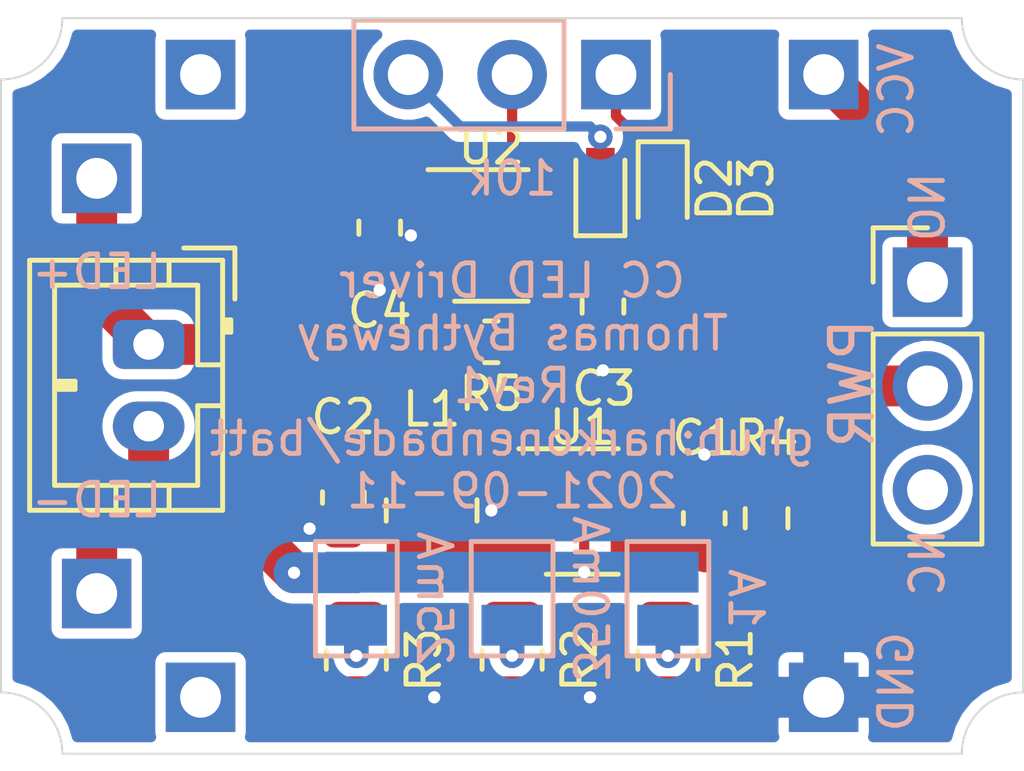
<source format=kicad_pcb>
(kicad_pcb (version 20171130) (host pcbnew "(5.1.9)-1")

  (general
    (thickness 1.6)
    (drawings 18)
    (tracks 110)
    (zones 0)
    (modules 26)
    (nets 15)
  )

  (page A4)
  (layers
    (0 F.Cu signal)
    (31 B.Cu signal)
    (32 B.Adhes user)
    (33 F.Adhes user)
    (34 B.Paste user)
    (35 F.Paste user)
    (36 B.SilkS user)
    (37 F.SilkS user)
    (38 B.Mask user)
    (39 F.Mask user)
    (40 Dwgs.User user)
    (41 Cmts.User user)
    (42 Eco1.User user)
    (43 Eco2.User user)
    (44 Edge.Cuts user)
    (45 Margin user)
    (46 B.CrtYd user)
    (47 F.CrtYd user)
    (48 B.Fab user hide)
    (49 F.Fab user hide)
  )

  (setup
    (last_trace_width 0.2)
    (user_trace_width 0.2)
    (user_trace_width 0.4)
    (user_trace_width 0.5)
    (user_trace_width 0.6)
    (user_trace_width 0.8)
    (user_trace_width 1)
    (trace_clearance 0.2)
    (zone_clearance 0.254)
    (zone_45_only no)
    (trace_min 0.2)
    (via_size 0.8)
    (via_drill 0.4)
    (via_min_size 0.4)
    (via_min_drill 0.3)
    (user_via 0.6 0.3)
    (uvia_size 0.3)
    (uvia_drill 0.1)
    (uvias_allowed no)
    (uvia_min_size 0.2)
    (uvia_min_drill 0.1)
    (edge_width 0.05)
    (segment_width 0.2)
    (pcb_text_width 0.3)
    (pcb_text_size 1.5 1.5)
    (mod_edge_width 0.12)
    (mod_text_size 1 1)
    (mod_text_width 0.15)
    (pad_size 1.7 1.7)
    (pad_drill 1)
    (pad_to_mask_clearance 0)
    (aux_axis_origin 62 59)
    (visible_elements 7FFFFF7F)
    (pcbplotparams
      (layerselection 0x010fc_ffffffff)
      (usegerberextensions true)
      (usegerberattributes true)
      (usegerberadvancedattributes true)
      (creategerberjobfile false)
      (excludeedgelayer true)
      (linewidth 0.100000)
      (plotframeref false)
      (viasonmask false)
      (mode 1)
      (useauxorigin false)
      (hpglpennumber 1)
      (hpglpenspeed 20)
      (hpglpendiameter 15.000000)
      (psnegative false)
      (psa4output false)
      (plotreference true)
      (plotvalue true)
      (plotinvisibletext false)
      (padsonsilk false)
      (subtractmaskfromsilk false)
      (outputformat 1)
      (mirror false)
      (drillshape 0)
      (scaleselection 1)
      (outputdirectory "./gerbers"))
  )

  (net 0 "")
  (net 1 GND)
  (net 2 VCC)
  (net 3 "Net-(C2-Pad1)")
  (net 4 "Net-(L1-Pad2)")
  (net 5 "Net-(D1-Pad2)")
  (net 6 "Net-(JP1-Pad2)")
  (net 7 "Net-(JP2-Pad2)")
  (net 8 "Net-(JP3-Pad2)")
  (net 9 "Net-(C4-Pad1)")
  (net 10 "Net-(D2-Pad2)")
  (net 11 "Net-(D2-Pad1)")
  (net 12 "Net-(D3-Pad1)")
  (net 13 "Net-(R5-Pad2)")
  (net 14 "Net-(J1-Pad1)")

  (net_class Default "This is the default net class."
    (clearance 0.2)
    (trace_width 0.25)
    (via_dia 0.8)
    (via_drill 0.4)
    (uvia_dia 0.3)
    (uvia_drill 0.1)
    (add_net GND)
    (add_net "Net-(C2-Pad1)")
    (add_net "Net-(C4-Pad1)")
    (add_net "Net-(D1-Pad2)")
    (add_net "Net-(D2-Pad1)")
    (add_net "Net-(D2-Pad2)")
    (add_net "Net-(D3-Pad1)")
    (add_net "Net-(J1-Pad1)")
    (add_net "Net-(J5-Pad1)")
    (add_net "Net-(J8-Pad1)")
    (add_net "Net-(JP1-Pad2)")
    (add_net "Net-(JP2-Pad2)")
    (add_net "Net-(JP3-Pad2)")
    (add_net "Net-(L1-Pad2)")
    (add_net "Net-(R5-Pad2)")
    (add_net "Net-(SW1-Pad3)")
    (add_net VCC)
  )

  (module batt:SolderJumper-2_P1.3mm_Open_Pad1.0x1.5mm (layer B.Cu) (tedit 6145028D) (tstamp 613FABFD)
    (at 29.21 38.227 270)
    (descr "SMD Solder Jumper, 1x1.5mm Pads, 0.3mm gap, open")
    (tags "solder jumper open")
    (path /613E432F)
    (attr virtual)
    (fp_text reference JP3 (at 0 1.8 90) (layer B.SilkS) hide
      (effects (font (size 1 1) (thickness 0.15)) (justify mirror))
    )
    (fp_text value " " (at 0 -1.9 90) (layer B.Fab)
      (effects (font (size 1 1) (thickness 0.15)) (justify mirror))
    )
    (fp_line (start 1.65 -1.25) (end -1.65 -1.25) (layer B.CrtYd) (width 0.05))
    (fp_line (start 1.65 -1.25) (end 1.65 1.25) (layer B.CrtYd) (width 0.05))
    (fp_line (start -1.65 1.25) (end -1.65 -1.25) (layer B.CrtYd) (width 0.05))
    (fp_line (start -1.65 1.25) (end 1.65 1.25) (layer B.CrtYd) (width 0.05))
    (fp_line (start -1.4 1) (end 1.4 1) (layer B.SilkS) (width 0.12))
    (fp_line (start 1.4 1) (end 1.4 -1) (layer B.SilkS) (width 0.12))
    (fp_line (start 1.4 -1) (end -1.4 -1) (layer B.SilkS) (width 0.12))
    (fp_line (start -1.4 -1) (end -1.4 1) (layer B.SilkS) (width 0.12))
    (fp_poly (pts (xy 0.15 -0.75) (xy -0.15 -0.75) (xy -0.15 0.75) (xy 0.15 0.75)) (layer B.Mask) (width 0))
    (pad 1 smd rect (at -0.65 0 270) (size 1 1.5) (layers B.Cu B.Mask)
      (net 5 "Net-(D1-Pad2)"))
    (pad 2 smd rect (at 0.65 0 270) (size 1 1.5) (layers B.Cu B.Mask)
      (net 8 "Net-(JP3-Pad2)"))
  )

  (module batt:SolderJumper-2_P1.3mm_Open_Pad1.0x1.5mm (layer B.Cu) (tedit 6145028D) (tstamp 613FAC54)
    (at 33.02 38.227 270)
    (descr "SMD Solder Jumper, 1x1.5mm Pads, 0.3mm gap, open")
    (tags "solder jumper open")
    (path /613DF4DC)
    (attr virtual)
    (fp_text reference JP2 (at 0 1.8 90) (layer B.SilkS) hide
      (effects (font (size 1 1) (thickness 0.15)) (justify mirror))
    )
    (fp_text value " " (at 0 -1.9 90) (layer B.Fab)
      (effects (font (size 1 1) (thickness 0.15)) (justify mirror))
    )
    (fp_line (start 1.65 -1.25) (end -1.65 -1.25) (layer B.CrtYd) (width 0.05))
    (fp_line (start 1.65 -1.25) (end 1.65 1.25) (layer B.CrtYd) (width 0.05))
    (fp_line (start -1.65 1.25) (end -1.65 -1.25) (layer B.CrtYd) (width 0.05))
    (fp_line (start -1.65 1.25) (end 1.65 1.25) (layer B.CrtYd) (width 0.05))
    (fp_line (start -1.4 1) (end 1.4 1) (layer B.SilkS) (width 0.12))
    (fp_line (start 1.4 1) (end 1.4 -1) (layer B.SilkS) (width 0.12))
    (fp_line (start 1.4 -1) (end -1.4 -1) (layer B.SilkS) (width 0.12))
    (fp_line (start -1.4 -1) (end -1.4 1) (layer B.SilkS) (width 0.12))
    (fp_poly (pts (xy 0.15 -0.75) (xy -0.15 -0.75) (xy -0.15 0.75) (xy 0.15 0.75)) (layer B.Mask) (width 0))
    (pad 1 smd rect (at -0.65 0 270) (size 1 1.5) (layers B.Cu B.Mask)
      (net 5 "Net-(D1-Pad2)"))
    (pad 2 smd rect (at 0.65 0 270) (size 1 1.5) (layers B.Cu B.Mask)
      (net 7 "Net-(JP2-Pad2)"))
  )

  (module batt:SolderJumper-2_P1.3mm_Open_Pad1.0x1.5mm (layer B.Cu) (tedit 6145028D) (tstamp 613FABD6)
    (at 36.83 38.227 270)
    (descr "SMD Solder Jumper, 1x1.5mm Pads, 0.3mm gap, open")
    (tags "solder jumper open")
    (path /613E4A29)
    (attr virtual)
    (fp_text reference JP1 (at 0 1.8 90) (layer B.SilkS) hide
      (effects (font (size 1 1) (thickness 0.15)) (justify mirror))
    )
    (fp_text value " " (at 0 -1.9 90) (layer B.Fab)
      (effects (font (size 1 1) (thickness 0.15)) (justify mirror))
    )
    (fp_line (start 1.65 -1.25) (end -1.65 -1.25) (layer B.CrtYd) (width 0.05))
    (fp_line (start 1.65 -1.25) (end 1.65 1.25) (layer B.CrtYd) (width 0.05))
    (fp_line (start -1.65 1.25) (end -1.65 -1.25) (layer B.CrtYd) (width 0.05))
    (fp_line (start -1.65 1.25) (end 1.65 1.25) (layer B.CrtYd) (width 0.05))
    (fp_line (start -1.4 1) (end 1.4 1) (layer B.SilkS) (width 0.12))
    (fp_line (start 1.4 1) (end 1.4 -1) (layer B.SilkS) (width 0.12))
    (fp_line (start 1.4 -1) (end -1.4 -1) (layer B.SilkS) (width 0.12))
    (fp_line (start -1.4 -1) (end -1.4 1) (layer B.SilkS) (width 0.12))
    (fp_poly (pts (xy 0.15 -0.75) (xy -0.15 -0.75) (xy -0.15 0.75) (xy 0.15 0.75)) (layer B.Mask) (width 0))
    (pad 1 smd rect (at -0.65 0 270) (size 1 1.5) (layers B.Cu B.Mask)
      (net 5 "Net-(D1-Pad2)"))
    (pad 2 smd rect (at 0.65 0 270) (size 1 1.5) (layers B.Cu B.Mask)
      (net 6 "Net-(JP1-Pad2)"))
  )

  (module Connector_PinHeader_2.54mm:PinHeader_1x03_P2.54mm_Vertical (layer F.Cu) (tedit 59FED5CC) (tstamp 614198C8)
    (at 43.18 30.48)
    (descr "Through hole straight pin header, 1x03, 2.54mm pitch, single row")
    (tags "Through hole pin header THT 1x03 2.54mm single row")
    (path /61419E76)
    (fp_text reference SW1 (at 0 -2.33) (layer F.SilkS) hide
      (effects (font (size 1 1) (thickness 0.15)))
    )
    (fp_text value PWR (at -1.8415 2.4765 90) (layer B.SilkS)
      (effects (font (size 1 1) (thickness 0.15)) (justify mirror))
    )
    (fp_line (start -0.635 -1.27) (end 1.27 -1.27) (layer F.Fab) (width 0.1))
    (fp_line (start 1.27 -1.27) (end 1.27 6.35) (layer F.Fab) (width 0.1))
    (fp_line (start 1.27 6.35) (end -1.27 6.35) (layer F.Fab) (width 0.1))
    (fp_line (start -1.27 6.35) (end -1.27 -0.635) (layer F.Fab) (width 0.1))
    (fp_line (start -1.27 -0.635) (end -0.635 -1.27) (layer F.Fab) (width 0.1))
    (fp_line (start -1.33 6.41) (end 1.33 6.41) (layer F.SilkS) (width 0.12))
    (fp_line (start -1.33 1.27) (end -1.33 6.41) (layer F.SilkS) (width 0.12))
    (fp_line (start 1.33 1.27) (end 1.33 6.41) (layer F.SilkS) (width 0.12))
    (fp_line (start -1.33 1.27) (end 1.33 1.27) (layer F.SilkS) (width 0.12))
    (fp_line (start -1.33 0) (end -1.33 -1.33) (layer F.SilkS) (width 0.12))
    (fp_line (start -1.33 -1.33) (end 0 -1.33) (layer F.SilkS) (width 0.12))
    (fp_line (start -1.8 -1.8) (end -1.8 6.85) (layer F.CrtYd) (width 0.05))
    (fp_line (start -1.8 6.85) (end 1.8 6.85) (layer F.CrtYd) (width 0.05))
    (fp_line (start 1.8 6.85) (end 1.8 -1.8) (layer F.CrtYd) (width 0.05))
    (fp_line (start 1.8 -1.8) (end -1.8 -1.8) (layer F.CrtYd) (width 0.05))
    (fp_text user %R (at 0 2.54 90) (layer F.Fab)
      (effects (font (size 1 1) (thickness 0.15)))
    )
    (pad 3 thru_hole oval (at 0 5.08) (size 1.7 1.7) (drill 1) (layers *.Cu *.Mask))
    (pad 2 thru_hole oval (at 0 2.54) (size 1.7 1.7) (drill 1) (layers *.Cu *.Mask)
      (net 2 VCC))
    (pad 1 thru_hole rect (at 0 0) (size 1.7 1.7) (drill 1) (layers *.Cu *.Mask)
      (net 14 "Net-(J1-Pad1)"))
  )

  (module Diode_SMD:D_SOD-523 (layer F.Cu) (tedit 586419F0) (tstamp 613EF0B2)
    (at 36.703 28.194 270)
    (descr "http://www.diodes.com/datasheets/ap02001.pdf p.144")
    (tags "Diode SOD523")
    (path /613EF580)
    (attr smd)
    (fp_text reference D3 (at 0 -2.286 90) (layer F.SilkS)
      (effects (font (size 0.8 0.8) (thickness 0.12)))
    )
    (fp_text value " " (at 0 1.4 90) (layer F.Fab)
      (effects (font (size 0.8 0.8) (thickness 0.12)))
    )
    (fp_line (start 0.7 0.6) (end -1.15 0.6) (layer F.SilkS) (width 0.12))
    (fp_line (start 0.7 -0.6) (end -1.15 -0.6) (layer F.SilkS) (width 0.12))
    (fp_line (start 0.65 0.45) (end -0.65 0.45) (layer F.Fab) (width 0.1))
    (fp_line (start -0.65 0.45) (end -0.65 -0.45) (layer F.Fab) (width 0.1))
    (fp_line (start -0.65 -0.45) (end 0.65 -0.45) (layer F.Fab) (width 0.1))
    (fp_line (start 0.65 -0.45) (end 0.65 0.45) (layer F.Fab) (width 0.1))
    (fp_line (start -0.2 0.2) (end -0.2 -0.2) (layer F.Fab) (width 0.1))
    (fp_line (start -0.2 0) (end -0.35 0) (layer F.Fab) (width 0.1))
    (fp_line (start -0.2 0) (end 0.1 0.2) (layer F.Fab) (width 0.1))
    (fp_line (start 0.1 0.2) (end 0.1 -0.2) (layer F.Fab) (width 0.1))
    (fp_line (start 0.1 -0.2) (end -0.2 0) (layer F.Fab) (width 0.1))
    (fp_line (start 0.1 0) (end 0.25 0) (layer F.Fab) (width 0.1))
    (fp_line (start 1.25 0.7) (end -1.25 0.7) (layer F.CrtYd) (width 0.05))
    (fp_line (start -1.25 0.7) (end -1.25 -0.7) (layer F.CrtYd) (width 0.05))
    (fp_line (start -1.25 -0.7) (end 1.25 -0.7) (layer F.CrtYd) (width 0.05))
    (fp_line (start 1.25 -0.7) (end 1.25 0.7) (layer F.CrtYd) (width 0.05))
    (fp_line (start -1.15 -0.6) (end -1.15 0.6) (layer F.SilkS) (width 0.12))
    (fp_text user %R (at 0 -1.3 90) (layer F.Fab)
      (effects (font (size 0.8 0.8) (thickness 0.12)))
    )
    (pad 1 smd rect (at -0.7 0 90) (size 0.6 0.7) (layers F.Cu F.Paste F.Mask)
      (net 12 "Net-(D3-Pad1)"))
    (pad 2 smd rect (at 0.7 0 90) (size 0.6 0.7) (layers F.Cu F.Paste F.Mask)
      (net 11 "Net-(D2-Pad1)"))
    (model ${KISYS3DMOD}/Diode_SMD.3dshapes/D_SOD-523.wrl
      (at (xyz 0 0 0))
      (scale (xyz 1 1 1))
      (rotate (xyz 0 0 0))
    )
  )

  (module Diode_SMD:D_SOD-523 (layer F.Cu) (tedit 586419F0) (tstamp 613EF09F)
    (at 35.179 28.194 90)
    (descr "http://www.diodes.com/datasheets/ap02001.pdf p.144")
    (tags "Diode SOD523")
    (path /613EEA2E)
    (attr smd)
    (fp_text reference D2 (at 0 2.794 90) (layer F.SilkS)
      (effects (font (size 0.8 0.8) (thickness 0.12)))
    )
    (fp_text value " " (at 0 1.4 90) (layer F.Fab)
      (effects (font (size 0.8 0.8) (thickness 0.12)))
    )
    (fp_line (start 0.7 0.6) (end -1.15 0.6) (layer F.SilkS) (width 0.12))
    (fp_line (start 0.7 -0.6) (end -1.15 -0.6) (layer F.SilkS) (width 0.12))
    (fp_line (start 0.65 0.45) (end -0.65 0.45) (layer F.Fab) (width 0.1))
    (fp_line (start -0.65 0.45) (end -0.65 -0.45) (layer F.Fab) (width 0.1))
    (fp_line (start -0.65 -0.45) (end 0.65 -0.45) (layer F.Fab) (width 0.1))
    (fp_line (start 0.65 -0.45) (end 0.65 0.45) (layer F.Fab) (width 0.1))
    (fp_line (start -0.2 0.2) (end -0.2 -0.2) (layer F.Fab) (width 0.1))
    (fp_line (start -0.2 0) (end -0.35 0) (layer F.Fab) (width 0.1))
    (fp_line (start -0.2 0) (end 0.1 0.2) (layer F.Fab) (width 0.1))
    (fp_line (start 0.1 0.2) (end 0.1 -0.2) (layer F.Fab) (width 0.1))
    (fp_line (start 0.1 -0.2) (end -0.2 0) (layer F.Fab) (width 0.1))
    (fp_line (start 0.1 0) (end 0.25 0) (layer F.Fab) (width 0.1))
    (fp_line (start 1.25 0.7) (end -1.25 0.7) (layer F.CrtYd) (width 0.05))
    (fp_line (start -1.25 0.7) (end -1.25 -0.7) (layer F.CrtYd) (width 0.05))
    (fp_line (start -1.25 -0.7) (end 1.25 -0.7) (layer F.CrtYd) (width 0.05))
    (fp_line (start 1.25 -0.7) (end 1.25 0.7) (layer F.CrtYd) (width 0.05))
    (fp_line (start -1.15 -0.6) (end -1.15 0.6) (layer F.SilkS) (width 0.12))
    (fp_text user %R (at 0 -1.3 90) (layer F.Fab)
      (effects (font (size 0.8 0.8) (thickness 0.12)))
    )
    (pad 1 smd rect (at -0.7 0 270) (size 0.6 0.7) (layers F.Cu F.Paste F.Mask)
      (net 11 "Net-(D2-Pad1)"))
    (pad 2 smd rect (at 0.7 0 270) (size 0.6 0.7) (layers F.Cu F.Paste F.Mask)
      (net 10 "Net-(D2-Pad2)"))
    (model ${KISYS3DMOD}/Diode_SMD.3dshapes/D_SOD-523.wrl
      (at (xyz 0 0 0))
      (scale (xyz 1 1 1))
      (rotate (xyz 0 0 0))
    )
  )

  (module Package_TO_SOT_SMD:SOT-23-5 (layer F.Cu) (tedit 5A02FF57) (tstamp 613EF2AD)
    (at 32.512 29.337)
    (descr "5-pin SOT23 package")
    (tags SOT-23-5)
    (path /613E94F0)
    (attr smd)
    (fp_text reference U2 (at 0 -2.159 180) (layer F.SilkS)
      (effects (font (size 0.8 0.8) (thickness 0.12)))
    )
    (fp_text value MIC1557 (at 0 2.9) (layer F.Fab)
      (effects (font (size 0.8 0.8) (thickness 0.12)))
    )
    (fp_line (start 0.9 -1.55) (end 0.9 1.55) (layer F.Fab) (width 0.1))
    (fp_line (start 0.9 1.55) (end -0.9 1.55) (layer F.Fab) (width 0.1))
    (fp_line (start -0.9 -0.9) (end -0.9 1.55) (layer F.Fab) (width 0.1))
    (fp_line (start 0.9 -1.55) (end -0.25 -1.55) (layer F.Fab) (width 0.1))
    (fp_line (start -0.9 -0.9) (end -0.25 -1.55) (layer F.Fab) (width 0.1))
    (fp_line (start -1.9 1.8) (end -1.9 -1.8) (layer F.CrtYd) (width 0.05))
    (fp_line (start 1.9 1.8) (end -1.9 1.8) (layer F.CrtYd) (width 0.05))
    (fp_line (start 1.9 -1.8) (end 1.9 1.8) (layer F.CrtYd) (width 0.05))
    (fp_line (start -1.9 -1.8) (end 1.9 -1.8) (layer F.CrtYd) (width 0.05))
    (fp_line (start 0.9 -1.61) (end -1.55 -1.61) (layer F.SilkS) (width 0.12))
    (fp_line (start -0.9 1.61) (end 0.9 1.61) (layer F.SilkS) (width 0.12))
    (fp_text user %R (at 0 0 90) (layer F.Fab)
      (effects (font (size 0.8 0.8) (thickness 0.12)))
    )
    (pad 5 smd rect (at 1.1 -0.95) (size 1.06 0.65) (layers F.Cu F.Paste F.Mask)
      (net 11 "Net-(D2-Pad1)"))
    (pad 4 smd rect (at 1.1 0.95) (size 1.06 0.65) (layers F.Cu F.Paste F.Mask)
      (net 2 VCC))
    (pad 3 smd rect (at -1.1 0.95) (size 1.06 0.65) (layers F.Cu F.Paste F.Mask)
      (net 13 "Net-(R5-Pad2)"))
    (pad 2 smd rect (at -1.1 0) (size 1.06 0.65) (layers F.Cu F.Paste F.Mask)
      (net 1 GND))
    (pad 1 smd rect (at -1.1 -0.95) (size 1.06 0.65) (layers F.Cu F.Paste F.Mask)
      (net 9 "Net-(C4-Pad1)"))
    (model ${KISYS3DMOD}/Package_TO_SOT_SMD.3dshapes/SOT-23-5.wrl
      (at (xyz 0 0 0))
      (scale (xyz 1 1 1))
      (rotate (xyz 0 0 0))
    )
  )

  (module Connector_PinHeader_2.54mm:PinHeader_1x03_P2.54mm_Vertical (layer B.Cu) (tedit 59FED5CC) (tstamp 61418783)
    (at 35.56 25.4 90)
    (descr "Through hole straight pin header, 1x03, 2.54mm pitch, single row")
    (tags "Through hole pin header THT 1x03 2.54mm single row")
    (path /613ED1D9)
    (fp_text reference RV1 (at 0 2.33 270) (layer B.SilkS) hide
      (effects (font (size 0.8 0.8) (thickness 0.12)) (justify mirror))
    )
    (fp_text value 10k (at -2.54 -2.54 180) (layer B.SilkS)
      (effects (font (size 0.8 0.8) (thickness 0.12)) (justify mirror))
    )
    (fp_line (start 1.8 1.8) (end -1.8 1.8) (layer B.CrtYd) (width 0.05))
    (fp_line (start 1.8 -6.85) (end 1.8 1.8) (layer B.CrtYd) (width 0.05))
    (fp_line (start -1.8 -6.85) (end 1.8 -6.85) (layer B.CrtYd) (width 0.05))
    (fp_line (start -1.8 1.8) (end -1.8 -6.85) (layer B.CrtYd) (width 0.05))
    (fp_line (start -1.33 1.33) (end 0 1.33) (layer B.SilkS) (width 0.12))
    (fp_line (start -1.33 0) (end -1.33 1.33) (layer B.SilkS) (width 0.12))
    (fp_line (start -1.33 -1.27) (end 1.33 -1.27) (layer B.SilkS) (width 0.12))
    (fp_line (start 1.33 -1.27) (end 1.33 -6.41) (layer B.SilkS) (width 0.12))
    (fp_line (start -1.33 -1.27) (end -1.33 -6.41) (layer B.SilkS) (width 0.12))
    (fp_line (start -1.33 -6.41) (end 1.33 -6.41) (layer B.SilkS) (width 0.12))
    (fp_line (start -1.27 0.635) (end -0.635 1.27) (layer B.Fab) (width 0.1))
    (fp_line (start -1.27 -6.35) (end -1.27 0.635) (layer B.Fab) (width 0.1))
    (fp_line (start 1.27 -6.35) (end -1.27 -6.35) (layer B.Fab) (width 0.1))
    (fp_line (start 1.27 1.27) (end 1.27 -6.35) (layer B.Fab) (width 0.1))
    (fp_line (start -0.635 1.27) (end 1.27 1.27) (layer B.Fab) (width 0.1))
    (fp_text user %R (at 0 -2.54) (layer B.Fab)
      (effects (font (size 0.8 0.8) (thickness 0.12)) (justify mirror))
    )
    (pad 3 thru_hole oval (at 0 -5.08 90) (size 1.7 1.7) (drill 1) (layers *.Cu *.Mask)
      (net 10 "Net-(D2-Pad2)"))
    (pad 2 thru_hole oval (at 0 -2.54 90) (size 1.7 1.7) (drill 1) (layers *.Cu *.Mask)
      (net 9 "Net-(C4-Pad1)"))
    (pad 1 thru_hole rect (at 0 0 90) (size 1.7 1.7) (drill 1) (layers *.Cu *.Mask)
      (net 12 "Net-(D3-Pad1)"))
  )

  (module Resistor_SMD:R_0603_1608Metric (layer F.Cu) (tedit 5B301BBD) (tstamp 613EF259)
    (at 32.512 31.9405 180)
    (descr "Resistor SMD 0603 (1608 Metric), square (rectangular) end terminal, IPC_7351 nominal, (Body size source: http://www.tortai-tech.com/upload/download/2011102023233369053.pdf), generated with kicad-footprint-generator")
    (tags resistor)
    (path /613EAB82)
    (attr smd)
    (fp_text reference R5 (at 0 -1.27) (layer F.SilkS)
      (effects (font (size 0.8 0.8) (thickness 0.12)))
    )
    (fp_text value 100k (at 0 1.43) (layer F.Fab)
      (effects (font (size 0.8 0.8) (thickness 0.12)))
    )
    (fp_line (start 1.48 0.73) (end -1.48 0.73) (layer F.CrtYd) (width 0.05))
    (fp_line (start 1.48 -0.73) (end 1.48 0.73) (layer F.CrtYd) (width 0.05))
    (fp_line (start -1.48 -0.73) (end 1.48 -0.73) (layer F.CrtYd) (width 0.05))
    (fp_line (start -1.48 0.73) (end -1.48 -0.73) (layer F.CrtYd) (width 0.05))
    (fp_line (start -0.162779 0.51) (end 0.162779 0.51) (layer F.SilkS) (width 0.12))
    (fp_line (start -0.162779 -0.51) (end 0.162779 -0.51) (layer F.SilkS) (width 0.12))
    (fp_line (start 0.8 0.4) (end -0.8 0.4) (layer F.Fab) (width 0.1))
    (fp_line (start 0.8 -0.4) (end 0.8 0.4) (layer F.Fab) (width 0.1))
    (fp_line (start -0.8 -0.4) (end 0.8 -0.4) (layer F.Fab) (width 0.1))
    (fp_line (start -0.8 0.4) (end -0.8 -0.4) (layer F.Fab) (width 0.1))
    (fp_text user %R (at 0 0) (layer F.Fab)
      (effects (font (size 0.8 0.8) (thickness 0.12)))
    )
    (pad 2 smd roundrect (at 0.7875 0 180) (size 0.875 0.95) (layers F.Cu F.Paste F.Mask) (roundrect_rratio 0.25)
      (net 13 "Net-(R5-Pad2)"))
    (pad 1 smd roundrect (at -0.7875 0 180) (size 0.875 0.95) (layers F.Cu F.Paste F.Mask) (roundrect_rratio 0.25)
      (net 2 VCC))
    (model ${KISYS3DMOD}/Resistor_SMD.3dshapes/R_0603_1608Metric.wrl
      (at (xyz 0 0 0))
      (scale (xyz 1 1 1))
      (rotate (xyz 0 0 0))
    )
  )

  (module Capacitor_SMD:C_0603_1608Metric (layer F.Cu) (tedit 5B301BBE) (tstamp 613EF03A)
    (at 29.7815 29.1465 270)
    (descr "Capacitor SMD 0603 (1608 Metric), square (rectangular) end terminal, IPC_7351 nominal, (Body size source: http://www.tortai-tech.com/upload/download/2011102023233369053.pdf), generated with kicad-footprint-generator")
    (tags capacitor)
    (path /613E99B9)
    (attr smd)
    (fp_text reference C4 (at 2.032 0 180) (layer F.SilkS)
      (effects (font (size 0.8 0.8) (thickness 0.12)))
    )
    (fp_text value 100n (at 0 1.43 90) (layer F.Fab)
      (effects (font (size 0.8 0.8) (thickness 0.12)))
    )
    (fp_line (start 1.48 0.73) (end -1.48 0.73) (layer F.CrtYd) (width 0.05))
    (fp_line (start 1.48 -0.73) (end 1.48 0.73) (layer F.CrtYd) (width 0.05))
    (fp_line (start -1.48 -0.73) (end 1.48 -0.73) (layer F.CrtYd) (width 0.05))
    (fp_line (start -1.48 0.73) (end -1.48 -0.73) (layer F.CrtYd) (width 0.05))
    (fp_line (start -0.162779 0.51) (end 0.162779 0.51) (layer F.SilkS) (width 0.12))
    (fp_line (start -0.162779 -0.51) (end 0.162779 -0.51) (layer F.SilkS) (width 0.12))
    (fp_line (start 0.8 0.4) (end -0.8 0.4) (layer F.Fab) (width 0.1))
    (fp_line (start 0.8 -0.4) (end 0.8 0.4) (layer F.Fab) (width 0.1))
    (fp_line (start -0.8 -0.4) (end 0.8 -0.4) (layer F.Fab) (width 0.1))
    (fp_line (start -0.8 0.4) (end -0.8 -0.4) (layer F.Fab) (width 0.1))
    (fp_text user %R (at 0 0 90) (layer F.Fab)
      (effects (font (size 0.8 0.8) (thickness 0.12)))
    )
    (pad 2 smd roundrect (at 0.7875 0 270) (size 0.875 0.95) (layers F.Cu F.Paste F.Mask) (roundrect_rratio 0.25)
      (net 1 GND))
    (pad 1 smd roundrect (at -0.7875 0 270) (size 0.875 0.95) (layers F.Cu F.Paste F.Mask) (roundrect_rratio 0.25)
      (net 9 "Net-(C4-Pad1)"))
    (model ${KISYS3DMOD}/Capacitor_SMD.3dshapes/C_0603_1608Metric.wrl
      (at (xyz 0 0 0))
      (scale (xyz 1 1 1))
      (rotate (xyz 0 0 0))
    )
  )

  (module Capacitor_SMD:C_0603_1608Metric (layer F.Cu) (tedit 5B301BBE) (tstamp 613EF029)
    (at 35.2425 31.077 270)
    (descr "Capacitor SMD 0603 (1608 Metric), square (rectangular) end terminal, IPC_7351 nominal, (Body size source: http://www.tortai-tech.com/upload/download/2011102023233369053.pdf), generated with kicad-footprint-generator")
    (tags capacitor)
    (path /613EB36F)
    (attr smd)
    (fp_text reference C3 (at 2.0065 -0.0255 180) (layer F.SilkS)
      (effects (font (size 0.8 0.8) (thickness 0.12)))
    )
    (fp_text value 100n (at 0 1.43 90) (layer F.Fab)
      (effects (font (size 0.8 0.8) (thickness 0.12)))
    )
    (fp_line (start 1.48 0.73) (end -1.48 0.73) (layer F.CrtYd) (width 0.05))
    (fp_line (start 1.48 -0.73) (end 1.48 0.73) (layer F.CrtYd) (width 0.05))
    (fp_line (start -1.48 -0.73) (end 1.48 -0.73) (layer F.CrtYd) (width 0.05))
    (fp_line (start -1.48 0.73) (end -1.48 -0.73) (layer F.CrtYd) (width 0.05))
    (fp_line (start -0.162779 0.51) (end 0.162779 0.51) (layer F.SilkS) (width 0.12))
    (fp_line (start -0.162779 -0.51) (end 0.162779 -0.51) (layer F.SilkS) (width 0.12))
    (fp_line (start 0.8 0.4) (end -0.8 0.4) (layer F.Fab) (width 0.1))
    (fp_line (start 0.8 -0.4) (end 0.8 0.4) (layer F.Fab) (width 0.1))
    (fp_line (start -0.8 -0.4) (end 0.8 -0.4) (layer F.Fab) (width 0.1))
    (fp_line (start -0.8 0.4) (end -0.8 -0.4) (layer F.Fab) (width 0.1))
    (fp_text user %R (at 0 0 90) (layer F.Fab)
      (effects (font (size 0.8 0.8) (thickness 0.12)))
    )
    (pad 2 smd roundrect (at 0.7875 0 270) (size 0.875 0.95) (layers F.Cu F.Paste F.Mask) (roundrect_rratio 0.25)
      (net 1 GND))
    (pad 1 smd roundrect (at -0.7875 0 270) (size 0.875 0.95) (layers F.Cu F.Paste F.Mask) (roundrect_rratio 0.25)
      (net 2 VCC))
    (model ${KISYS3DMOD}/Capacitor_SMD.3dshapes/C_0603_1608Metric.wrl
      (at (xyz 0 0 0))
      (scale (xyz 1 1 1))
      (rotate (xyz 0 0 0))
    )
  )

  (module Connector_JST:JST_PH_B2B-PH-K_1x02_P2.00mm_Vertical (layer F.Cu) (tedit 5B7745C2) (tstamp 613C3641)
    (at 24.13 32.004 270)
    (descr "JST PH series connector, B2B-PH-K (http://www.jst-mfg.com/product/pdf/eng/ePH.pdf), generated with kicad-footprint-generator")
    (tags "connector JST PH side entry")
    (path /613D1ADF)
    (fp_text reference D1 (at 1 -2.9 90) (layer F.SilkS) hide
      (effects (font (size 0.8 0.8) (thickness 0.12)))
    )
    (fp_text value LED (at 1 4 90) (layer F.Fab)
      (effects (font (size 0.8 0.8) (thickness 0.12)))
    )
    (fp_line (start 4.45 -2.2) (end -2.45 -2.2) (layer F.CrtYd) (width 0.05))
    (fp_line (start 4.45 3.3) (end 4.45 -2.2) (layer F.CrtYd) (width 0.05))
    (fp_line (start -2.45 3.3) (end 4.45 3.3) (layer F.CrtYd) (width 0.05))
    (fp_line (start -2.45 -2.2) (end -2.45 3.3) (layer F.CrtYd) (width 0.05))
    (fp_line (start 3.95 -1.7) (end -1.95 -1.7) (layer F.Fab) (width 0.1))
    (fp_line (start 3.95 2.8) (end 3.95 -1.7) (layer F.Fab) (width 0.1))
    (fp_line (start -1.95 2.8) (end 3.95 2.8) (layer F.Fab) (width 0.1))
    (fp_line (start -1.95 -1.7) (end -1.95 2.8) (layer F.Fab) (width 0.1))
    (fp_line (start -2.36 -2.11) (end -2.36 -0.86) (layer F.Fab) (width 0.1))
    (fp_line (start -1.11 -2.11) (end -2.36 -2.11) (layer F.Fab) (width 0.1))
    (fp_line (start -2.36 -2.11) (end -2.36 -0.86) (layer F.SilkS) (width 0.12))
    (fp_line (start -1.11 -2.11) (end -2.36 -2.11) (layer F.SilkS) (width 0.12))
    (fp_line (start 1 2.3) (end 1 1.8) (layer F.SilkS) (width 0.12))
    (fp_line (start 1.1 1.8) (end 1.1 2.3) (layer F.SilkS) (width 0.12))
    (fp_line (start 0.9 1.8) (end 1.1 1.8) (layer F.SilkS) (width 0.12))
    (fp_line (start 0.9 2.3) (end 0.9 1.8) (layer F.SilkS) (width 0.12))
    (fp_line (start 4.06 0.8) (end 3.45 0.8) (layer F.SilkS) (width 0.12))
    (fp_line (start 4.06 -0.5) (end 3.45 -0.5) (layer F.SilkS) (width 0.12))
    (fp_line (start -2.06 0.8) (end -1.45 0.8) (layer F.SilkS) (width 0.12))
    (fp_line (start -2.06 -0.5) (end -1.45 -0.5) (layer F.SilkS) (width 0.12))
    (fp_line (start 1.5 -1.2) (end 1.5 -1.81) (layer F.SilkS) (width 0.12))
    (fp_line (start 3.45 -1.2) (end 1.5 -1.2) (layer F.SilkS) (width 0.12))
    (fp_line (start 3.45 2.3) (end 3.45 -1.2) (layer F.SilkS) (width 0.12))
    (fp_line (start -1.45 2.3) (end 3.45 2.3) (layer F.SilkS) (width 0.12))
    (fp_line (start -1.45 -1.2) (end -1.45 2.3) (layer F.SilkS) (width 0.12))
    (fp_line (start 0.5 -1.2) (end -1.45 -1.2) (layer F.SilkS) (width 0.12))
    (fp_line (start 0.5 -1.81) (end 0.5 -1.2) (layer F.SilkS) (width 0.12))
    (fp_line (start -0.3 -1.91) (end -0.6 -1.91) (layer F.SilkS) (width 0.12))
    (fp_line (start -0.6 -2.01) (end -0.6 -1.81) (layer F.SilkS) (width 0.12))
    (fp_line (start -0.3 -2.01) (end -0.6 -2.01) (layer F.SilkS) (width 0.12))
    (fp_line (start -0.3 -1.81) (end -0.3 -2.01) (layer F.SilkS) (width 0.12))
    (fp_line (start 4.06 -1.81) (end -2.06 -1.81) (layer F.SilkS) (width 0.12))
    (fp_line (start 4.06 2.91) (end 4.06 -1.81) (layer F.SilkS) (width 0.12))
    (fp_line (start -2.06 2.91) (end 4.06 2.91) (layer F.SilkS) (width 0.12))
    (fp_line (start -2.06 -1.81) (end -2.06 2.91) (layer F.SilkS) (width 0.12))
    (fp_text user %R (at 1 1.5 90) (layer F.Fab)
      (effects (font (size 0.8 0.8) (thickness 0.12)))
    )
    (pad 2 thru_hole oval (at 2 0 270) (size 1.2 1.75) (drill 0.75) (layers *.Cu *.Mask)
      (net 5 "Net-(D1-Pad2)"))
    (pad 1 thru_hole roundrect (at 0 0 270) (size 1.2 1.75) (drill 0.75) (layers *.Cu *.Mask) (roundrect_rratio 0.2083325)
      (net 3 "Net-(C2-Pad1)"))
    (model ${KISYS3DMOD}/Connector_JST.3dshapes/JST_PH_B2B-PH-K_1x02_P2.00mm_Vertical.wrl
      (at (xyz 0 0 0))
      (scale (xyz 1 1 1))
      (rotate (xyz 0 0 0))
    )
  )

  (module Resistor_SMD:R_0603_1608Metric (layer F.Cu) (tedit 5F68FEEE) (tstamp 613C8D8C)
    (at 39.243 36.2585 90)
    (descr "Resistor SMD 0603 (1608 Metric), square (rectangular) end terminal, IPC_7351 nominal, (Body size source: IPC-SM-782 page 72, https://www.pcb-3d.com/wordpress/wp-content/uploads/ipc-sm-782a_amendment_1_and_2.pdf), generated with kicad-footprint-generator")
    (tags resistor)
    (path /613CA26F)
    (attr smd)
    (fp_text reference R4 (at 1.9685 0 180) (layer F.SilkS)
      (effects (font (size 0.8 0.8) (thickness 0.12)))
    )
    (fp_text value 1k (at 0 1.43 90) (layer F.Fab)
      (effects (font (size 0.8 0.8) (thickness 0.12)))
    )
    (fp_line (start -0.8 0.4125) (end -0.8 -0.4125) (layer F.Fab) (width 0.1))
    (fp_line (start -0.8 -0.4125) (end 0.8 -0.4125) (layer F.Fab) (width 0.1))
    (fp_line (start 0.8 -0.4125) (end 0.8 0.4125) (layer F.Fab) (width 0.1))
    (fp_line (start 0.8 0.4125) (end -0.8 0.4125) (layer F.Fab) (width 0.1))
    (fp_line (start -0.237258 -0.5225) (end 0.237258 -0.5225) (layer F.SilkS) (width 0.12))
    (fp_line (start -0.237258 0.5225) (end 0.237258 0.5225) (layer F.SilkS) (width 0.12))
    (fp_line (start -1.48 0.73) (end -1.48 -0.73) (layer F.CrtYd) (width 0.05))
    (fp_line (start -1.48 -0.73) (end 1.48 -0.73) (layer F.CrtYd) (width 0.05))
    (fp_line (start 1.48 -0.73) (end 1.48 0.73) (layer F.CrtYd) (width 0.05))
    (fp_line (start 1.48 0.73) (end -1.48 0.73) (layer F.CrtYd) (width 0.05))
    (fp_text user %R (at 0 0 90) (layer F.Fab)
      (effects (font (size 0.8 0.8) (thickness 0.12)))
    )
    (pad 2 smd roundrect (at 0.825 0 90) (size 0.8 0.95) (layers F.Cu F.Paste F.Mask) (roundrect_rratio 0.25)
      (net 11 "Net-(D2-Pad1)"))
    (pad 1 smd roundrect (at -0.825 0 90) (size 0.8 0.95) (layers F.Cu F.Paste F.Mask) (roundrect_rratio 0.25)
      (net 2 VCC))
    (model ${KISYS3DMOD}/Resistor_SMD.3dshapes/R_0603_1608Metric.wrl
      (at (xyz 0 0 0))
      (scale (xyz 1 1 1))
      (rotate (xyz 0 0 0))
    )
  )

  (module Resistor_SMD:R_0805_2012Metric (layer F.Cu) (tedit 5F68FEEE) (tstamp 613FAC27)
    (at 29.21 39.7275 270)
    (descr "Resistor SMD 0805 (2012 Metric), square (rectangular) end terminal, IPC_7351 nominal, (Body size source: IPC-SM-782 page 72, https://www.pcb-3d.com/wordpress/wp-content/uploads/ipc-sm-782a_amendment_1_and_2.pdf), generated with kicad-footprint-generator")
    (tags resistor)
    (path /613DE65A)
    (attr smd)
    (fp_text reference R3 (at 0 -1.65 90) (layer F.SilkS)
      (effects (font (size 0.8 0.8) (thickness 0.12)))
    )
    (fp_text value 4r (at 0 1.65 90) (layer F.Fab)
      (effects (font (size 0.8 0.8) (thickness 0.12)))
    )
    (fp_line (start 1.68 0.95) (end -1.68 0.95) (layer F.CrtYd) (width 0.05))
    (fp_line (start 1.68 -0.95) (end 1.68 0.95) (layer F.CrtYd) (width 0.05))
    (fp_line (start -1.68 -0.95) (end 1.68 -0.95) (layer F.CrtYd) (width 0.05))
    (fp_line (start -1.68 0.95) (end -1.68 -0.95) (layer F.CrtYd) (width 0.05))
    (fp_line (start -0.227064 0.735) (end 0.227064 0.735) (layer F.SilkS) (width 0.12))
    (fp_line (start -0.227064 -0.735) (end 0.227064 -0.735) (layer F.SilkS) (width 0.12))
    (fp_line (start 1 0.625) (end -1 0.625) (layer F.Fab) (width 0.1))
    (fp_line (start 1 -0.625) (end 1 0.625) (layer F.Fab) (width 0.1))
    (fp_line (start -1 -0.625) (end 1 -0.625) (layer F.Fab) (width 0.1))
    (fp_line (start -1 0.625) (end -1 -0.625) (layer F.Fab) (width 0.1))
    (fp_text user %R (at 0 0 90) (layer F.Fab)
      (effects (font (size 0.8 0.8) (thickness 0.12)))
    )
    (pad 2 smd roundrect (at 0.9125 0 270) (size 1.025 1.4) (layers F.Cu F.Paste F.Mask) (roundrect_rratio 0.2439014634146341)
      (net 1 GND))
    (pad 1 smd roundrect (at -0.9125 0 270) (size 1.025 1.4) (layers F.Cu F.Paste F.Mask) (roundrect_rratio 0.2439014634146341)
      (net 8 "Net-(JP3-Pad2)"))
    (model ${KISYS3DMOD}/Resistor_SMD.3dshapes/R_0805_2012Metric.wrl
      (at (xyz 0 0 0))
      (scale (xyz 1 1 1))
      (rotate (xyz 0 0 0))
    )
  )

  (module Resistor_SMD:R_0805_2012Metric (layer F.Cu) (tedit 5F68FEEE) (tstamp 613FAC7E)
    (at 33.02 39.7275 270)
    (descr "Resistor SMD 0805 (2012 Metric), square (rectangular) end terminal, IPC_7351 nominal, (Body size source: IPC-SM-782 page 72, https://www.pcb-3d.com/wordpress/wp-content/uploads/ipc-sm-782a_amendment_1_and_2.pdf), generated with kicad-footprint-generator")
    (tags resistor)
    (path /613DE2C0)
    (attr smd)
    (fp_text reference R2 (at 0 -1.65 90) (layer F.SilkS)
      (effects (font (size 0.8 0.8) (thickness 0.12)))
    )
    (fp_text value 0r286 (at 0 1.65 90) (layer F.Fab)
      (effects (font (size 0.8 0.8) (thickness 0.12)))
    )
    (fp_line (start 1.68 0.95) (end -1.68 0.95) (layer F.CrtYd) (width 0.05))
    (fp_line (start 1.68 -0.95) (end 1.68 0.95) (layer F.CrtYd) (width 0.05))
    (fp_line (start -1.68 -0.95) (end 1.68 -0.95) (layer F.CrtYd) (width 0.05))
    (fp_line (start -1.68 0.95) (end -1.68 -0.95) (layer F.CrtYd) (width 0.05))
    (fp_line (start -0.227064 0.735) (end 0.227064 0.735) (layer F.SilkS) (width 0.12))
    (fp_line (start -0.227064 -0.735) (end 0.227064 -0.735) (layer F.SilkS) (width 0.12))
    (fp_line (start 1 0.625) (end -1 0.625) (layer F.Fab) (width 0.1))
    (fp_line (start 1 -0.625) (end 1 0.625) (layer F.Fab) (width 0.1))
    (fp_line (start -1 -0.625) (end 1 -0.625) (layer F.Fab) (width 0.1))
    (fp_line (start -1 0.625) (end -1 -0.625) (layer F.Fab) (width 0.1))
    (fp_text user %R (at 0 0 90) (layer F.Fab)
      (effects (font (size 0.8 0.8) (thickness 0.12)))
    )
    (pad 2 smd roundrect (at 0.9125 0 270) (size 1.025 1.4) (layers F.Cu F.Paste F.Mask) (roundrect_rratio 0.2439014634146341)
      (net 1 GND))
    (pad 1 smd roundrect (at -0.9125 0 270) (size 1.025 1.4) (layers F.Cu F.Paste F.Mask) (roundrect_rratio 0.2439014634146341)
      (net 7 "Net-(JP2-Pad2)"))
    (model ${KISYS3DMOD}/Resistor_SMD.3dshapes/R_0805_2012Metric.wrl
      (at (xyz 0 0 0))
      (scale (xyz 1 1 1))
      (rotate (xyz 0 0 0))
    )
  )

  (module Resistor_SMD:R_0805_2012Metric (layer F.Cu) (tedit 5F68FEEE) (tstamp 613FABA9)
    (at 36.83 39.7275 270)
    (descr "Resistor SMD 0805 (2012 Metric), square (rectangular) end terminal, IPC_7351 nominal, (Body size source: IPC-SM-782 page 72, https://www.pcb-3d.com/wordpress/wp-content/uploads/ipc-sm-782a_amendment_1_and_2.pdf), generated with kicad-footprint-generator")
    (tags resistor)
    (path /613C9262)
    (attr smd)
    (fp_text reference R1 (at 0 -1.65 270) (layer F.SilkS)
      (effects (font (size 0.8 0.8) (thickness 0.12)))
    )
    (fp_text value 0r1 (at 0 1.65 90) (layer F.Fab)
      (effects (font (size 0.8 0.8) (thickness 0.12)))
    )
    (fp_line (start 1.68 0.95) (end -1.68 0.95) (layer F.CrtYd) (width 0.05))
    (fp_line (start 1.68 -0.95) (end 1.68 0.95) (layer F.CrtYd) (width 0.05))
    (fp_line (start -1.68 -0.95) (end 1.68 -0.95) (layer F.CrtYd) (width 0.05))
    (fp_line (start -1.68 0.95) (end -1.68 -0.95) (layer F.CrtYd) (width 0.05))
    (fp_line (start -0.227064 0.735) (end 0.227064 0.735) (layer F.SilkS) (width 0.12))
    (fp_line (start -0.227064 -0.735) (end 0.227064 -0.735) (layer F.SilkS) (width 0.12))
    (fp_line (start 1 0.625) (end -1 0.625) (layer F.Fab) (width 0.1))
    (fp_line (start 1 -0.625) (end 1 0.625) (layer F.Fab) (width 0.1))
    (fp_line (start -1 -0.625) (end 1 -0.625) (layer F.Fab) (width 0.1))
    (fp_line (start -1 0.625) (end -1 -0.625) (layer F.Fab) (width 0.1))
    (fp_text user %R (at 0 0 90) (layer F.Fab)
      (effects (font (size 0.8 0.8) (thickness 0.12)))
    )
    (pad 2 smd roundrect (at 0.9125 0 270) (size 1.025 1.4) (layers F.Cu F.Paste F.Mask) (roundrect_rratio 0.2439014634146341)
      (net 1 GND))
    (pad 1 smd roundrect (at -0.9125 0 270) (size 1.025 1.4) (layers F.Cu F.Paste F.Mask) (roundrect_rratio 0.2439014634146341)
      (net 6 "Net-(JP1-Pad2)"))
    (model ${KISYS3DMOD}/Resistor_SMD.3dshapes/R_0805_2012Metric.wrl
      (at (xyz 0 0 0))
      (scale (xyz 1 1 1))
      (rotate (xyz 0 0 0))
    )
  )

  (module Inductor_SMD:L_1008_2520Metric (layer F.Cu) (tedit 5F68FEF0) (tstamp 613BA40D)
    (at 31.0515 36.068 270)
    (descr "Inductor SMD 1008 (2520 Metric), square (rectangular) end terminal, IPC_7351 nominal, (Body size source: https://ecsxtal.com/store/pdf/ECS-MPI2520-SMD-POWER-INDUCTOR.pdf), generated with kicad-footprint-generator")
    (tags inductor)
    (path /613C4262)
    (attr smd)
    (fp_text reference L1 (at -2.4765 0 180) (layer F.SilkS)
      (effects (font (size 0.8 0.8) (thickness 0.12)))
    )
    (fp_text value 4.7uH (at 0 2.05 90) (layer F.Fab)
      (effects (font (size 0.8 0.8) (thickness 0.12)))
    )
    (fp_line (start 1.95 1.35) (end -1.95 1.35) (layer F.CrtYd) (width 0.05))
    (fp_line (start 1.95 -1.35) (end 1.95 1.35) (layer F.CrtYd) (width 0.05))
    (fp_line (start -1.95 -1.35) (end 1.95 -1.35) (layer F.CrtYd) (width 0.05))
    (fp_line (start -1.95 1.35) (end -1.95 -1.35) (layer F.CrtYd) (width 0.05))
    (fp_line (start -0.261252 1.11) (end 0.261252 1.11) (layer F.SilkS) (width 0.12))
    (fp_line (start -0.261252 -1.11) (end 0.261252 -1.11) (layer F.SilkS) (width 0.12))
    (fp_line (start 1.25 1) (end -1.25 1) (layer F.Fab) (width 0.1))
    (fp_line (start 1.25 -1) (end 1.25 1) (layer F.Fab) (width 0.1))
    (fp_line (start -1.25 -1) (end 1.25 -1) (layer F.Fab) (width 0.1))
    (fp_line (start -1.25 1) (end -1.25 -1) (layer F.Fab) (width 0.1))
    (fp_text user %R (at 0 0 90) (layer F.Fab)
      (effects (font (size 0.8 0.8) (thickness 0.12)))
    )
    (pad 2 smd roundrect (at 1.075 0 270) (size 1.25 2.2) (layers F.Cu F.Paste F.Mask) (roundrect_rratio 0.2)
      (net 4 "Net-(L1-Pad2)"))
    (pad 1 smd roundrect (at -1.075 0 270) (size 1.25 2.2) (layers F.Cu F.Paste F.Mask) (roundrect_rratio 0.2)
      (net 3 "Net-(C2-Pad1)"))
    (model ${KISYS3DMOD}/Inductor_SMD.3dshapes/L_1008_2520Metric.wrl
      (at (xyz 0 0 0))
      (scale (xyz 1 1 1))
      (rotate (xyz 0 0 0))
    )
    (model ${KISYS3DMOD}/Inductor_SMD.3dshapes/L_0805_2012Metric.step
      (at (xyz 0 0 0))
      (scale (xyz 1.25 1.4 1))
      (rotate (xyz 0 0 0))
    )
  )

  (module Package_TO_SOT_SMD:TSOT-23-5 (layer F.Cu) (tedit 5A02FF57) (tstamp 613BA433)
    (at 34.7345 36.068)
    (descr "5-pin TSOT23 package, http://cds.linear.com/docs/en/packaging/SOT_5_05-08-1635.pdf")
    (tags TSOT-23-5)
    (path /613C1DD1)
    (attr smd)
    (fp_text reference U1 (at 0 -2.032 180) (layer F.SilkS)
      (effects (font (size 0.8 0.8) (thickness 0.12)))
    )
    (fp_text value PAM2804 (at 0 2.5) (layer F.Fab)
      (effects (font (size 0.8 0.8) (thickness 0.12)))
    )
    (fp_line (start -0.88 1.56) (end 0.88 1.56) (layer F.SilkS) (width 0.12))
    (fp_line (start 0.88 -1.51) (end -1.55 -1.51) (layer F.SilkS) (width 0.12))
    (fp_line (start -0.88 -1) (end -0.43 -1.45) (layer F.Fab) (width 0.1))
    (fp_line (start 0.88 -1.45) (end -0.43 -1.45) (layer F.Fab) (width 0.1))
    (fp_line (start -0.88 -1) (end -0.88 1.45) (layer F.Fab) (width 0.1))
    (fp_line (start 0.88 1.45) (end -0.88 1.45) (layer F.Fab) (width 0.1))
    (fp_line (start 0.88 -1.45) (end 0.88 1.45) (layer F.Fab) (width 0.1))
    (fp_line (start -2.17 -1.7) (end 2.17 -1.7) (layer F.CrtYd) (width 0.05))
    (fp_line (start -2.17 -1.7) (end -2.17 1.7) (layer F.CrtYd) (width 0.05))
    (fp_line (start 2.17 1.7) (end 2.17 -1.7) (layer F.CrtYd) (width 0.05))
    (fp_line (start 2.17 1.7) (end -2.17 1.7) (layer F.CrtYd) (width 0.05))
    (fp_text user %R (at 0 0 90) (layer F.Fab)
      (effects (font (size 0.8 0.8) (thickness 0.12)))
    )
    (pad 5 smd rect (at 1.31 -0.95) (size 1.22 0.65) (layers F.Cu F.Paste F.Mask)
      (net 5 "Net-(D1-Pad2)"))
    (pad 4 smd rect (at 1.31 0.95) (size 1.22 0.65) (layers F.Cu F.Paste F.Mask)
      (net 2 VCC))
    (pad 3 smd rect (at -1.31 0.95) (size 1.22 0.65) (layers F.Cu F.Paste F.Mask)
      (net 4 "Net-(L1-Pad2)"))
    (pad 2 smd rect (at -1.31 0) (size 1.22 0.65) (layers F.Cu F.Paste F.Mask)
      (net 1 GND))
    (pad 1 smd rect (at -1.31 -0.95) (size 1.22 0.65) (layers F.Cu F.Paste F.Mask)
      (net 11 "Net-(D2-Pad1)"))
    (model ${KISYS3DMOD}/Package_TO_SOT_SMD.3dshapes/TSOT-23-5.wrl
      (at (xyz 0 0 0))
      (scale (xyz 1 1 1))
      (rotate (xyz 0 0 0))
    )
  )

  (module batt:PinHeader_1x01_P2.54mm_Vertical_nosilk (layer F.Cu) (tedit 5F677FB1) (tstamp 613BA3A8)
    (at 22.86 38.1)
    (descr "Through hole straight pin header, 1x01, 2.54mm pitch, single row")
    (tags "Through hole pin header THT 1x01 2.54mm single row")
    (path /613C57E5)
    (fp_text reference J3 (at 0 -2.33) (layer F.Fab)
      (effects (font (size 0.8 0.8) (thickness 0.12)))
    )
    (fp_text value LED- (at 0 -2.286 -180) (layer B.SilkS)
      (effects (font (size 0.8 0.8) (thickness 0.12)) (justify mirror))
    )
    (fp_line (start -0.635 -1.27) (end 1.27 -1.27) (layer F.Fab) (width 0.1))
    (fp_line (start 1.27 -1.27) (end 1.27 1.27) (layer F.Fab) (width 0.1))
    (fp_line (start 1.27 1.27) (end -1.27 1.27) (layer F.Fab) (width 0.1))
    (fp_line (start -1.27 1.27) (end -1.27 -0.635) (layer F.Fab) (width 0.1))
    (fp_line (start -1.27 -0.635) (end -0.635 -1.27) (layer F.Fab) (width 0.1))
    (fp_line (start -1.8 -1.8) (end -1.8 1.8) (layer F.CrtYd) (width 0.05))
    (fp_line (start -1.8 1.8) (end 1.8 1.8) (layer F.CrtYd) (width 0.05))
    (fp_line (start 1.8 1.8) (end 1.8 -1.8) (layer F.CrtYd) (width 0.05))
    (fp_line (start 1.8 -1.8) (end -1.8 -1.8) (layer F.CrtYd) (width 0.05))
    (fp_text user %R (at 0 0 90) (layer F.Fab)
      (effects (font (size 0.8 0.8) (thickness 0.12)))
    )
    (pad 1 thru_hole rect (at 0 0) (size 1.7 1.7) (drill 1) (layers *.Cu *.Mask)
      (net 5 "Net-(D1-Pad2)"))
  )

  (module batt:PinHeader_1x01_P2.54mm_Vertical_nosilk (layer F.Cu) (tedit 5F677FB1) (tstamp 613BA399)
    (at 22.86 27.94)
    (descr "Through hole straight pin header, 1x01, 2.54mm pitch, single row")
    (tags "Through hole pin header THT 1x01 2.54mm single row")
    (path /613C4D43)
    (fp_text reference J2 (at 0 -2.33) (layer F.Fab)
      (effects (font (size 0.8 0.8) (thickness 0.12)))
    )
    (fp_text value LED+ (at 0 2.286) (layer B.SilkS)
      (effects (font (size 0.8 0.8) (thickness 0.12)) (justify mirror))
    )
    (fp_line (start -0.635 -1.27) (end 1.27 -1.27) (layer F.Fab) (width 0.1))
    (fp_line (start 1.27 -1.27) (end 1.27 1.27) (layer F.Fab) (width 0.1))
    (fp_line (start 1.27 1.27) (end -1.27 1.27) (layer F.Fab) (width 0.1))
    (fp_line (start -1.27 1.27) (end -1.27 -0.635) (layer F.Fab) (width 0.1))
    (fp_line (start -1.27 -0.635) (end -0.635 -1.27) (layer F.Fab) (width 0.1))
    (fp_line (start -1.8 -1.8) (end -1.8 1.8) (layer F.CrtYd) (width 0.05))
    (fp_line (start -1.8 1.8) (end 1.8 1.8) (layer F.CrtYd) (width 0.05))
    (fp_line (start 1.8 1.8) (end 1.8 -1.8) (layer F.CrtYd) (width 0.05))
    (fp_line (start 1.8 -1.8) (end -1.8 -1.8) (layer F.CrtYd) (width 0.05))
    (fp_text user %R (at 0 0 90) (layer F.Fab)
      (effects (font (size 0.8 0.8) (thickness 0.12)))
    )
    (pad 1 thru_hole rect (at 0 0) (size 1.7 1.7) (drill 1) (layers *.Cu *.Mask)
      (net 3 "Net-(C2-Pad1)"))
  )

  (module Capacitor_SMD:C_0603_1608Metric (layer F.Cu) (tedit 5F68FEEE) (tstamp 613BA36E)
    (at 28.8925 35.7505 270)
    (descr "Capacitor SMD 0603 (1608 Metric), square (rectangular) end terminal, IPC_7351 nominal, (Body size source: IPC-SM-782 page 76, https://www.pcb-3d.com/wordpress/wp-content/uploads/ipc-sm-782a_amendment_1_and_2.pdf), generated with kicad-footprint-generator")
    (tags capacitor)
    (path /613C753C)
    (attr smd)
    (fp_text reference C2 (at -1.9685 0) (layer F.SilkS)
      (effects (font (size 0.8 0.8) (thickness 0.12)))
    )
    (fp_text value 10u (at 0 1.43 90) (layer F.Fab)
      (effects (font (size 0.8 0.8) (thickness 0.12)))
    )
    (fp_line (start -0.8 0.4) (end -0.8 -0.4) (layer F.Fab) (width 0.1))
    (fp_line (start -0.8 -0.4) (end 0.8 -0.4) (layer F.Fab) (width 0.1))
    (fp_line (start 0.8 -0.4) (end 0.8 0.4) (layer F.Fab) (width 0.1))
    (fp_line (start 0.8 0.4) (end -0.8 0.4) (layer F.Fab) (width 0.1))
    (fp_line (start -0.14058 -0.51) (end 0.14058 -0.51) (layer F.SilkS) (width 0.12))
    (fp_line (start -0.14058 0.51) (end 0.14058 0.51) (layer F.SilkS) (width 0.12))
    (fp_line (start -1.48 0.73) (end -1.48 -0.73) (layer F.CrtYd) (width 0.05))
    (fp_line (start -1.48 -0.73) (end 1.48 -0.73) (layer F.CrtYd) (width 0.05))
    (fp_line (start 1.48 -0.73) (end 1.48 0.73) (layer F.CrtYd) (width 0.05))
    (fp_line (start 1.48 0.73) (end -1.48 0.73) (layer F.CrtYd) (width 0.05))
    (fp_text user %R (at 0 0 90) (layer F.Fab)
      (effects (font (size 0.8 0.8) (thickness 0.12)))
    )
    (pad 2 smd roundrect (at 0.775 0 270) (size 0.9 0.95) (layers F.Cu F.Paste F.Mask) (roundrect_rratio 0.25)
      (net 1 GND))
    (pad 1 smd roundrect (at -0.775 0 270) (size 0.9 0.95) (layers F.Cu F.Paste F.Mask) (roundrect_rratio 0.25)
      (net 3 "Net-(C2-Pad1)"))
    (model ${KISYS3DMOD}/Capacitor_SMD.3dshapes/C_0603_1608Metric.wrl
      (at (xyz 0 0 0))
      (scale (xyz 1 1 1))
      (rotate (xyz 0 0 0))
    )
  )

  (module Capacitor_SMD:C_0603_1608Metric (layer F.Cu) (tedit 5F68FEEE) (tstamp 613BA35D)
    (at 37.719 36.2585 90)
    (descr "Capacitor SMD 0603 (1608 Metric), square (rectangular) end terminal, IPC_7351 nominal, (Body size source: IPC-SM-782 page 76, https://www.pcb-3d.com/wordpress/wp-content/uploads/ipc-sm-782a_amendment_1_and_2.pdf), generated with kicad-footprint-generator")
    (tags capacitor)
    (path /613C68D4)
    (attr smd)
    (fp_text reference C1 (at 1.9685 0 180) (layer F.SilkS)
      (effects (font (size 0.8 0.8) (thickness 0.12)))
    )
    (fp_text value 10u (at 0 1.43 90) (layer F.Fab)
      (effects (font (size 0.8 0.8) (thickness 0.12)))
    )
    (fp_line (start -0.8 0.4) (end -0.8 -0.4) (layer F.Fab) (width 0.1))
    (fp_line (start -0.8 -0.4) (end 0.8 -0.4) (layer F.Fab) (width 0.1))
    (fp_line (start 0.8 -0.4) (end 0.8 0.4) (layer F.Fab) (width 0.1))
    (fp_line (start 0.8 0.4) (end -0.8 0.4) (layer F.Fab) (width 0.1))
    (fp_line (start -0.14058 -0.51) (end 0.14058 -0.51) (layer F.SilkS) (width 0.12))
    (fp_line (start -0.14058 0.51) (end 0.14058 0.51) (layer F.SilkS) (width 0.12))
    (fp_line (start -1.48 0.73) (end -1.48 -0.73) (layer F.CrtYd) (width 0.05))
    (fp_line (start -1.48 -0.73) (end 1.48 -0.73) (layer F.CrtYd) (width 0.05))
    (fp_line (start 1.48 -0.73) (end 1.48 0.73) (layer F.CrtYd) (width 0.05))
    (fp_line (start 1.48 0.73) (end -1.48 0.73) (layer F.CrtYd) (width 0.05))
    (fp_text user %R (at 0 0 90) (layer F.Fab)
      (effects (font (size 0.8 0.8) (thickness 0.12)))
    )
    (pad 2 smd roundrect (at 0.775 0 90) (size 0.9 0.95) (layers F.Cu F.Paste F.Mask) (roundrect_rratio 0.25)
      (net 1 GND))
    (pad 1 smd roundrect (at -0.775 0 90) (size 0.9 0.95) (layers F.Cu F.Paste F.Mask) (roundrect_rratio 0.25)
      (net 2 VCC))
    (model ${KISYS3DMOD}/Capacitor_SMD.3dshapes/C_0603_1608Metric.wrl
      (at (xyz 0 0 0))
      (scale (xyz 1 1 1))
      (rotate (xyz 0 0 0))
    )
  )

  (module batt:PinHeader_1x01_P2.54mm_Vertical_nosilk (layer F.Cu) (tedit 5F677FB1) (tstamp 5F67BFB5)
    (at 25.4 40.64 90)
    (descr "Through hole straight pin header, 1x01, 2.54mm pitch, single row")
    (tags "Through hole pin header THT 1x01 2.54mm single row")
    (path /5F6C251A)
    (fp_text reference J8 (at 0 -2.33 90) (layer F.SilkS) hide
      (effects (font (size 0.8 0.8) (thickness 0.12)))
    )
    (fp_text value STRT2 (at 0 -1.75 90) (layer F.SilkS) hide
      (effects (font (size 0.8 0.8) (thickness 0.12)))
    )
    (fp_line (start -0.635 -1.27) (end 1.27 -1.27) (layer F.Fab) (width 0.1))
    (fp_line (start 1.27 -1.27) (end 1.27 1.27) (layer F.Fab) (width 0.1))
    (fp_line (start 1.27 1.27) (end -1.27 1.27) (layer F.Fab) (width 0.1))
    (fp_line (start -1.27 1.27) (end -1.27 -0.635) (layer F.Fab) (width 0.1))
    (fp_line (start -1.27 -0.635) (end -0.635 -1.27) (layer F.Fab) (width 0.1))
    (fp_line (start -1.8 -1.8) (end -1.8 1.8) (layer F.CrtYd) (width 0.05))
    (fp_line (start -1.8 1.8) (end 1.8 1.8) (layer F.CrtYd) (width 0.05))
    (fp_line (start 1.8 1.8) (end 1.8 -1.8) (layer F.CrtYd) (width 0.05))
    (fp_line (start 1.8 -1.8) (end -1.8 -1.8) (layer F.CrtYd) (width 0.05))
    (fp_text user %R (at 0 0) (layer F.Fab)
      (effects (font (size 0.8 0.8) (thickness 0.12)))
    )
    (pad 1 thru_hole rect (at 0 0 90) (size 1.7 1.7) (drill 1) (layers *.Cu *.Mask))
    (model ${KISYS3DMOD}/Connector_PinHeader_2.54mm.3dshapes/PinHeader_1x01_P2.54mm_Vertical.step
      (offset (xyz 0 0 -1.6))
      (scale (xyz 1 1 1))
      (rotate (xyz 180 0 0))
    )
  )

  (module batt:PinHeader_1x01_P2.54mm_Vertical_nosilk (layer F.Cu) (tedit 5F677FB1) (tstamp 5F685042)
    (at 40.64 40.64 270)
    (descr "Through hole straight pin header, 1x01, 2.54mm pitch, single row")
    (tags "Through hole pin header THT 1x01 2.54mm single row")
    (path /5F6C6B91)
    (fp_text reference J6 (at 0 -2.33 90) (layer F.SilkS) hide
      (effects (font (size 0.8 0.8) (thickness 0.12)))
    )
    (fp_text value GND (at -0.381 -1.778 270) (layer B.SilkS)
      (effects (font (size 0.8 0.8) (thickness 0.12)) (justify mirror))
    )
    (fp_line (start -0.635 -1.27) (end 1.27 -1.27) (layer F.Fab) (width 0.1))
    (fp_line (start 1.27 -1.27) (end 1.27 1.27) (layer F.Fab) (width 0.1))
    (fp_line (start 1.27 1.27) (end -1.27 1.27) (layer F.Fab) (width 0.1))
    (fp_line (start -1.27 1.27) (end -1.27 -0.635) (layer F.Fab) (width 0.1))
    (fp_line (start -1.27 -0.635) (end -0.635 -1.27) (layer F.Fab) (width 0.1))
    (fp_line (start -1.8 -1.8) (end -1.8 1.8) (layer F.CrtYd) (width 0.05))
    (fp_line (start -1.8 1.8) (end 1.8 1.8) (layer F.CrtYd) (width 0.05))
    (fp_line (start 1.8 1.8) (end 1.8 -1.8) (layer F.CrtYd) (width 0.05))
    (fp_line (start 1.8 -1.8) (end -1.8 -1.8) (layer F.CrtYd) (width 0.05))
    (fp_text user %R (at 0 0) (layer F.Fab)
      (effects (font (size 0.8 0.8) (thickness 0.12)))
    )
    (pad 1 thru_hole rect (at 0 0 270) (size 1.7 1.7) (drill 1) (layers *.Cu *.Mask)
      (net 1 GND))
    (model ${KISYS3DMOD}/Connector_PinHeader_2.54mm.3dshapes/PinHeader_1x01_P2.54mm_Vertical.step
      (offset (xyz 0 0 -1.6))
      (scale (xyz 1 1 1))
      (rotate (xyz 180 0 0))
    )
  )

  (module batt:PinHeader_1x01_P2.54mm_Vertical_nosilk (layer F.Cu) (tedit 5F677FB1) (tstamp 5F67BF74)
    (at 25.4 25.4 180)
    (descr "Through hole straight pin header, 1x01, 2.54mm pitch, single row")
    (tags "Through hole pin header THT 1x01 2.54mm single row")
    (path /5F6C1452)
    (fp_text reference J5 (at 0 -2.33) (layer F.SilkS) hide
      (effects (font (size 0.8 0.8) (thickness 0.12)))
    )
    (fp_text value STRT1 (at 1.75 0 90) (layer F.SilkS) hide
      (effects (font (size 0.8 0.8) (thickness 0.12)))
    )
    (fp_line (start -0.635 -1.27) (end 1.27 -1.27) (layer F.Fab) (width 0.1))
    (fp_line (start 1.27 -1.27) (end 1.27 1.27) (layer F.Fab) (width 0.1))
    (fp_line (start 1.27 1.27) (end -1.27 1.27) (layer F.Fab) (width 0.1))
    (fp_line (start -1.27 1.27) (end -1.27 -0.635) (layer F.Fab) (width 0.1))
    (fp_line (start -1.27 -0.635) (end -0.635 -1.27) (layer F.Fab) (width 0.1))
    (fp_line (start -1.8 -1.8) (end -1.8 1.8) (layer F.CrtYd) (width 0.05))
    (fp_line (start -1.8 1.8) (end 1.8 1.8) (layer F.CrtYd) (width 0.05))
    (fp_line (start 1.8 1.8) (end 1.8 -1.8) (layer F.CrtYd) (width 0.05))
    (fp_line (start 1.8 -1.8) (end -1.8 -1.8) (layer F.CrtYd) (width 0.05))
    (fp_text user %R (at 0 0 90) (layer F.Fab)
      (effects (font (size 0.8 0.8) (thickness 0.12)))
    )
    (pad 1 thru_hole rect (at 0 0 180) (size 1.7 1.7) (drill 1) (layers *.Cu *.Mask))
    (model ${KISYS3DMOD}/Connector_PinHeader_2.54mm.3dshapes/PinHeader_1x01_P2.54mm_Vertical.step
      (offset (xyz 0 0 -1.6))
      (scale (xyz 1 1 1))
      (rotate (xyz 180 0 0))
    )
  )

  (module batt:PinHeader_1x01_P2.54mm_Vertical_nosilk (layer F.Cu) (tedit 5F677FB1) (tstamp 5F67BF06)
    (at 40.64 25.4)
    (descr "Through hole straight pin header, 1x01, 2.54mm pitch, single row")
    (tags "Through hole pin header THT 1x01 2.54mm single row")
    (path /5F6C5448)
    (fp_text reference J1 (at 0 -2.33) (layer F.SilkS) hide
      (effects (font (size 0.8 0.8) (thickness 0.12)))
    )
    (fp_text value VCC (at 1.778 0.381 90) (layer B.SilkS)
      (effects (font (size 0.8 0.8) (thickness 0.12)) (justify mirror))
    )
    (fp_line (start -0.635 -1.27) (end 1.27 -1.27) (layer F.Fab) (width 0.1))
    (fp_line (start 1.27 -1.27) (end 1.27 1.27) (layer F.Fab) (width 0.1))
    (fp_line (start 1.27 1.27) (end -1.27 1.27) (layer F.Fab) (width 0.1))
    (fp_line (start -1.27 1.27) (end -1.27 -0.635) (layer F.Fab) (width 0.1))
    (fp_line (start -1.27 -0.635) (end -0.635 -1.27) (layer F.Fab) (width 0.1))
    (fp_line (start -1.8 -1.8) (end -1.8 1.8) (layer F.CrtYd) (width 0.05))
    (fp_line (start -1.8 1.8) (end 1.8 1.8) (layer F.CrtYd) (width 0.05))
    (fp_line (start 1.8 1.8) (end 1.8 -1.8) (layer F.CrtYd) (width 0.05))
    (fp_line (start 1.8 -1.8) (end -1.8 -1.8) (layer F.CrtYd) (width 0.05))
    (fp_text user %R (at 0 0 90) (layer F.Fab)
      (effects (font (size 0.8 0.8) (thickness 0.12)))
    )
    (pad 1 thru_hole rect (at 0 0) (size 1.7 1.7) (drill 1) (layers *.Cu *.Mask)
      (net 14 "Net-(J1-Pad1)"))
    (model ${KISYS3DMOD}/Connector_PinHeader_2.54mm.3dshapes/PinHeader_1x01_P2.54mm_Vertical.step
      (offset (xyz 0 0 -1.6))
      (scale (xyz 1 1 1))
      (rotate (xyz 180 0 0))
    )
  )

  (gr_text NO (at 43.18 28.6385 90) (layer B.SilkS)
    (effects (font (size 0.8 0.8) (thickness 0.12)) (justify mirror))
  )
  (gr_text NC (at 43.18 37.338 90) (layer B.SilkS)
    (effects (font (size 0.8 0.8) (thickness 0.12)) (justify mirror))
  )
  (gr_text 25mA (at 31.115 38.227 270) (layer B.SilkS)
    (effects (font (size 0.8 0.8) (thickness 0.12)) (justify mirror))
  )
  (gr_text 350mA (at 34.925 38.227 270) (layer B.SilkS)
    (effects (font (size 0.8 0.8) (thickness 0.12)) (justify mirror))
  )
  (gr_text 1A (at 38.735 38.227 270) (layer B.SilkS) (tstamp 613FAB6D)
    (effects (font (size 0.8 0.8) (thickness 0.12)) (justify mirror))
  )
  (gr_text "CC LED Driver\nThomas Bytheway\nRev1\nghub:harkonenbade/batt\n2021-09-11" (at 33.02 33.02) (layer B.SilkS)
    (effects (font (size 0.8 0.8) (thickness 0.12)) (justify mirror))
  )
  (gr_arc (start 45.52 42.02) (end 45.52 39.02) (angle -90) (layer F.Fab) (width 0.12))
  (gr_arc (start 45.52 24.02) (end 42.52 24.02) (angle -90) (layer F.Fab) (width 0.12))
  (gr_arc (start 20.52 24.02) (end 20.52 27.02) (angle -90) (layer F.Fab) (width 0.12))
  (gr_arc (start 20.52 42.02) (end 23.52 42.02) (angle -90) (layer F.Fab) (width 0.12))
  (gr_arc (start 45.52 24.02) (end 44.02 24.02) (angle -90) (layer Edge.Cuts) (width 0.05))
  (gr_arc (start 45.52 42.02) (end 45.52 40.52) (angle -90) (layer Edge.Cuts) (width 0.05))
  (gr_arc (start 20.52 42.02) (end 22.02 42.02) (angle -90) (layer Edge.Cuts) (width 0.05))
  (gr_arc (start 20.52 24.02) (end 20.52 25.52) (angle -90) (layer Edge.Cuts) (width 0.05))
  (gr_line (start 45.52 40.52) (end 45.52 25.52) (layer Edge.Cuts) (width 0.05) (tstamp 5F67D019))
  (gr_line (start 22.02 42.02) (end 44.02 42.02) (layer Edge.Cuts) (width 0.05))
  (gr_line (start 20.52 25.52) (end 20.52 40.52) (layer Edge.Cuts) (width 0.05))
  (gr_line (start 44.02 24.02) (end 22.02 24.02) (layer Edge.Cuts) (width 0.05))

  (segment (start 33.4245 36.068) (end 32.512 36.068) (width 0.6) (layer F.Cu) (net 1))
  (via (at 32.512 36.068) (size 0.6) (drill 0.3) (layers F.Cu B.Cu) (net 1))
  (via (at 34.925 40.64) (size 0.6) (drill 0.3) (layers F.Cu B.Cu) (net 1))
  (segment (start 36.83 40.64) (end 34.925 40.64) (width 1) (layer F.Cu) (net 1))
  (segment (start 33.02 40.64) (end 34.925 40.64) (width 1) (layer F.Cu) (net 1))
  (via (at 31.115 40.64) (size 0.6) (drill 0.3) (layers F.Cu B.Cu) (net 1))
  (segment (start 33.02 40.64) (end 31.115 40.64) (width 1) (layer F.Cu) (net 1))
  (segment (start 29.21 40.64) (end 31.115 40.64) (width 1) (layer F.Cu) (net 1))
  (segment (start 29.7815 29.934) (end 29.9465 29.934) (width 0.6) (layer F.Cu) (net 1))
  (via (at 37.722019 34.7) (size 0.6) (drill 0.3) (layers F.Cu B.Cu) (net 1))
  (segment (start 37.719 34.703019) (end 37.722019 34.7) (width 0.6) (layer F.Cu) (net 1))
  (segment (start 37.719 35.4835) (end 37.719 34.703019) (width 0.6) (layer F.Cu) (net 1))
  (via (at 29.7815 30.6705) (size 0.6) (drill 0.3) (layers F.Cu B.Cu) (net 1))
  (segment (start 29.7815 29.934) (end 29.7815 30.6705) (width 0.6) (layer F.Cu) (net 1))
  (via (at 30.543816 29.337) (size 0.6) (drill 0.3) (layers F.Cu B.Cu) (net 1))
  (segment (start 31.412 29.337) (end 30.543816 29.337) (width 0.6) (layer F.Cu) (net 1))
  (via (at 35.2425 32.639) (size 0.6) (drill 0.3) (layers F.Cu B.Cu) (net 1))
  (segment (start 35.2425 31.8645) (end 35.2425 32.639) (width 0.6) (layer F.Cu) (net 1))
  (via (at 28.066996 36.5125) (size 0.6) (drill 0.3) (layers F.Cu B.Cu) (net 1))
  (segment (start 28.8925 36.5255) (end 28.079996 36.5255) (width 0.6) (layer F.Cu) (net 1))
  (segment (start 28.079996 36.5255) (end 28.066996 36.5125) (width 0.6) (layer F.Cu) (net 1))
  (segment (start 38.4815 37.0835) (end 39.243 37.0835) (width 1) (layer F.Cu) (net 2))
  (segment (start 38.481 37.084) (end 38.4815 37.0835) (width 1) (layer F.Cu) (net 2))
  (segment (start 38.481 37.084) (end 37.7695 37.084) (width 1) (layer F.Cu) (net 2))
  (segment (start 35.2145 30.287) (end 35.217 30.2895) (width 0.6) (layer F.Cu) (net 2))
  (segment (start 33.612 30.287) (end 35.2145 30.287) (width 0.6) (layer F.Cu) (net 2))
  (segment (start 33.612 30.287) (end 33.612 30.888) (width 0.25) (layer F.Cu) (net 2))
  (segment (start 33.2995 31.2005) (end 33.2995 31.9405) (width 0.25) (layer F.Cu) (net 2))
  (segment (start 33.612 30.888) (end 33.2995 31.2005) (width 0.25) (layer F.Cu) (net 2))
  (segment (start 40.1325 37.0835) (end 39.243 37.0835) (width 1) (layer F.Cu) (net 2))
  (segment (start 40.64 36.576) (end 40.1325 37.0835) (width 1) (layer F.Cu) (net 2))
  (segment (start 40.64 33.5915) (end 40.64 36.576) (width 1) (layer F.Cu) (net 2))
  (segment (start 41.2115 33.02) (end 40.64 33.5915) (width 1) (layer F.Cu) (net 2))
  (segment (start 43.18 33.02) (end 41.2115 33.02) (width 1) (layer F.Cu) (net 2))
  (segment (start 39.751 32.131) (end 40.92575 33.30575) (width 0.6) (layer F.Cu) (net 2))
  (segment (start 37.9095 30.2895) (end 39.751 32.131) (width 0.6) (layer F.Cu) (net 2))
  (segment (start 35.2425 30.2895) (end 37.9095 30.2895) (width 0.6) (layer F.Cu) (net 2))
  (segment (start 22.86 30.734) (end 24.13 32.004) (width 1) (layer F.Cu) (net 3))
  (segment (start 22.86 27.94) (end 22.86 30.734) (width 1) (layer F.Cu) (net 3))
  (segment (start 28.91 34.993) (end 28.8925 34.9755) (width 1) (layer F.Cu) (net 3))
  (segment (start 31.0515 34.993) (end 28.91 34.993) (width 1) (layer F.Cu) (net 3))
  (segment (start 25.921 32.004) (end 24.13 32.004) (width 1) (layer F.Cu) (net 3))
  (segment (start 28.8925 34.9755) (end 25.921 32.004) (width 1) (layer F.Cu) (net 3))
  (segment (start 31.1765 37.018) (end 31.1105 37.084) (width 0.6) (layer F.Cu) (net 4))
  (segment (start 36.0445 35.118) (end 35.0495 35.118) (width 0.25) (layer F.Cu) (net 5))
  (via (at 34.783 37.577) (size 0.6) (drill 0.3) (layers F.Cu B.Cu) (net 5))
  (segment (start 34.783 35.3845) (end 34.783 37.577) (width 0.25) (layer F.Cu) (net 5))
  (segment (start 35.0495 35.118) (end 34.783 35.3845) (width 0.25) (layer F.Cu) (net 5))
  (segment (start 34.783 37.577) (end 36.83 37.577) (width 1) (layer B.Cu) (net 5))
  (segment (start 29.225 37.577) (end 29.21 37.592) (width 1) (layer B.Cu) (net 5))
  (segment (start 34.783 37.577) (end 29.225 37.577) (width 1) (layer B.Cu) (net 5))
  (segment (start 22.86 38.1) (end 22.86 36.576) (width 1) (layer F.Cu) (net 5))
  (segment (start 22.86 36.576) (end 23.3045 36.1315) (width 1) (layer F.Cu) (net 5))
  (segment (start 24.13 35.814) (end 23.8125 36.1315) (width 1) (layer F.Cu) (net 5))
  (segment (start 24.13 34.004) (end 24.13 35.814) (width 1) (layer F.Cu) (net 5))
  (segment (start 23.3045 36.1315) (end 23.8125 36.1315) (width 1) (layer F.Cu) (net 5))
  (via (at 27.686012 37.592) (size 0.6) (drill 0.3) (layers F.Cu B.Cu) (net 5))
  (segment (start 29.21 37.577) (end 29.195 37.592) (width 1) (layer B.Cu) (net 5))
  (segment (start 29.195 37.592) (end 27.686012 37.592) (width 1) (layer B.Cu) (net 5))
  (segment (start 27.690512 37.5875) (end 27.686012 37.592) (width 1) (layer F.Cu) (net 5))
  (segment (start 27.686 37.592) (end 27.686012 37.592) (width 1) (layer F.Cu) (net 5))
  (segment (start 26.2255 36.1315) (end 27.686 37.592) (width 1) (layer F.Cu) (net 5))
  (segment (start 23.8125 36.1315) (end 26.2255 36.1315) (width 1) (layer F.Cu) (net 5))
  (via (at 36.83 39.624) (size 0.6) (drill 0.3) (layers F.Cu B.Cu) (net 6))
  (segment (start 36.83 38.815) (end 36.83 39.624) (width 0.6) (layer F.Cu) (net 6))
  (segment (start 36.83 39.624) (end 36.83 38.877) (width 0.6) (layer B.Cu) (net 6))
  (via (at 33.02 39.624) (size 0.6) (drill 0.3) (layers F.Cu B.Cu) (net 7))
  (segment (start 33.02 38.815) (end 33.02 39.624) (width 0.6) (layer F.Cu) (net 7))
  (segment (start 33.02 39.624) (end 33.02 38.877) (width 0.6) (layer B.Cu) (net 7))
  (via (at 29.21 39.624) (size 0.6) (drill 0.3) (layers F.Cu B.Cu) (net 8))
  (segment (start 29.21 38.815) (end 29.21 39.624) (width 0.6) (layer F.Cu) (net 8))
  (segment (start 29.21 39.624) (end 29.21 38.877) (width 0.6) (layer B.Cu) (net 8))
  (segment (start 31.384 28.359) (end 31.412 28.387) (width 0.25) (layer F.Cu) (net 9))
  (segment (start 29.7815 28.359) (end 31.384 28.359) (width 0.25) (layer F.Cu) (net 9))
  (segment (start 33.02 27.432) (end 33.02 25.4) (width 0.25) (layer F.Cu) (net 9))
  (segment (start 32.065 28.387) (end 33.02 27.432) (width 0.25) (layer F.Cu) (net 9))
  (segment (start 31.412 28.387) (end 32.065 28.387) (width 0.25) (layer F.Cu) (net 9))
  (segment (start 30.48 25.4) (end 31.75 26.67) (width 0.25) (layer B.Cu) (net 10))
  (segment (start 31.75 26.67) (end 34.925 26.67) (width 0.25) (layer B.Cu) (net 10))
  (via (at 35.179 26.924) (size 0.6) (drill 0.3) (layers F.Cu B.Cu) (net 10))
  (segment (start 34.925 26.67) (end 35.179 26.924) (width 0.25) (layer B.Cu) (net 10))
  (segment (start 35.179 26.924) (end 35.179 27.494) (width 0.25) (layer F.Cu) (net 10))
  (segment (start 33.4155 35.109) (end 33.4245 35.118) (width 0.25) (layer F.Cu) (net 11))
  (segment (start 33.4245 34.5205) (end 33.4245 35.118) (width 0.25) (layer F.Cu) (net 11))
  (segment (start 33.612 28.387) (end 34.229 28.387) (width 0.25) (layer F.Cu) (net 11))
  (segment (start 34.736 28.894) (end 35.179 28.894) (width 0.25) (layer F.Cu) (net 11))
  (segment (start 34.229 28.387) (end 34.736 28.894) (width 0.25) (layer F.Cu) (net 11))
  (segment (start 35.179 28.894) (end 36.703 28.894) (width 0.25) (layer F.Cu) (net 11))
  (segment (start 33.202 34.298) (end 33.4245 34.5205) (width 0.25) (layer F.Cu) (net 11))
  (segment (start 38.574998 34.074998) (end 33.870002 34.074998) (width 0.25) (layer F.Cu) (net 11))
  (segment (start 39.243 34.743) (end 38.574998 34.074998) (width 0.25) (layer F.Cu) (net 11))
  (segment (start 39.243 35.4335) (end 39.243 34.743) (width 0.25) (layer F.Cu) (net 11))
  (segment (start 33.2765 34.3725) (end 33.202 34.298) (width 0.25) (layer F.Cu) (net 11))
  (segment (start 33.5725 34.3725) (end 33.2765 34.3725) (width 0.25) (layer F.Cu) (net 11))
  (segment (start 33.870002 34.074998) (end 33.5725 34.3725) (width 0.25) (layer F.Cu) (net 11))
  (segment (start 33.5725 34.3725) (end 33.4245 34.5205) (width 0.25) (layer F.Cu) (net 11))
  (segment (start 32.512 33.608) (end 33.202 34.298) (width 0.25) (layer F.Cu) (net 11))
  (segment (start 32.512 28.829) (end 32.512 33.608) (width 0.25) (layer F.Cu) (net 11))
  (segment (start 32.954 28.387) (end 32.512 28.829) (width 0.25) (layer F.Cu) (net 11))
  (segment (start 33.612 28.387) (end 32.954 28.387) (width 0.25) (layer F.Cu) (net 11))
  (segment (start 36.703 26.9875) (end 36.703 27.494) (width 0.25) (layer F.Cu) (net 12))
  (segment (start 35.8775 26.7335) (end 36.449 26.7335) (width 0.25) (layer F.Cu) (net 12))
  (segment (start 36.449 26.7335) (end 36.703 26.9875) (width 0.25) (layer F.Cu) (net 12))
  (segment (start 35.56 25.4) (end 35.56 26.416) (width 0.25) (layer F.Cu) (net 12))
  (segment (start 35.56 26.416) (end 35.8775 26.7335) (width 0.25) (layer F.Cu) (net 12))
  (segment (start 31.412 30.287) (end 31.412 30.904) (width 0.25) (layer F.Cu) (net 13))
  (segment (start 31.7245 31.2165) (end 31.7245 31.9405) (width 0.25) (layer F.Cu) (net 13))
  (segment (start 31.412 30.904) (end 31.7245 31.2165) (width 0.25) (layer F.Cu) (net 13))
  (segment (start 43.18 27.94) (end 40.64 25.4) (width 1) (layer F.Cu) (net 14))
  (segment (start 43.18 30.48) (end 43.18 27.94) (width 1) (layer F.Cu) (net 14))

  (zone (net 1) (net_name GND) (layer B.Cu) (tstamp 6144FE8C) (hatch edge 0.508)
    (connect_pads (clearance 0.254))
    (min_thickness 0.254)
    (fill yes (arc_segments 32) (thermal_gap 0.254) (thermal_bridge_width 1))
    (polygon
      (pts
        (xy 45.52 42.02) (xy 20.52 42.02) (xy 20.52 24.02) (xy 45.52 24.02)
      )
    )
    (filled_polygon
      (pts
        (xy 24.174513 24.475311) (xy 24.167157 24.55) (xy 24.167157 26.25) (xy 24.174513 26.324689) (xy 24.196299 26.396508)
        (xy 24.231678 26.462696) (xy 24.279289 26.520711) (xy 24.337304 26.568322) (xy 24.403492 26.603701) (xy 24.475311 26.625487)
        (xy 24.55 26.632843) (xy 26.25 26.632843) (xy 26.324689 26.625487) (xy 26.396508 26.603701) (xy 26.462696 26.568322)
        (xy 26.520711 26.520711) (xy 26.568322 26.462696) (xy 26.603701 26.396508) (xy 26.625487 26.324689) (xy 26.632843 26.25)
        (xy 26.632843 24.55) (xy 26.625487 24.475311) (xy 26.610529 24.426) (xy 29.721953 24.426) (xy 29.695283 24.44382)
        (xy 29.52382 24.615283) (xy 29.389102 24.816903) (xy 29.296307 25.040931) (xy 29.249 25.278757) (xy 29.249 25.521243)
        (xy 29.296307 25.759069) (xy 29.389102 25.983097) (xy 29.52382 26.184717) (xy 29.695283 26.35618) (xy 29.896903 26.490898)
        (xy 30.120931 26.583693) (xy 30.358757 26.631) (xy 30.601243 26.631) (xy 30.839069 26.583693) (xy 30.916167 26.551758)
        (xy 31.374628 27.01022) (xy 31.390473 27.029527) (xy 31.467521 27.092759) (xy 31.555425 27.139745) (xy 31.650806 27.168678)
        (xy 31.660694 27.169652) (xy 31.725146 27.176) (xy 31.725153 27.176) (xy 31.749999 27.178447) (xy 31.774845 27.176)
        (xy 34.546273 27.176) (xy 34.575506 27.246574) (xy 34.650033 27.358112) (xy 34.744888 27.452967) (xy 34.856426 27.527494)
        (xy 34.98036 27.578829) (xy 35.111927 27.605) (xy 35.246073 27.605) (xy 35.37764 27.578829) (xy 35.501574 27.527494)
        (xy 35.613112 27.452967) (xy 35.707967 27.358112) (xy 35.782494 27.246574) (xy 35.833829 27.12264) (xy 35.86 26.991073)
        (xy 35.86 26.856927) (xy 35.833829 26.72536) (xy 35.795507 26.632843) (xy 36.41 26.632843) (xy 36.484689 26.625487)
        (xy 36.556508 26.603701) (xy 36.622696 26.568322) (xy 36.680711 26.520711) (xy 36.728322 26.462696) (xy 36.763701 26.396508)
        (xy 36.785487 26.324689) (xy 36.792843 26.25) (xy 36.792843 24.55) (xy 36.785487 24.475311) (xy 36.770529 24.426)
        (xy 39.429471 24.426) (xy 39.414513 24.475311) (xy 39.407157 24.55) (xy 39.407157 26.25) (xy 39.414513 26.324689)
        (xy 39.436299 26.396508) (xy 39.471678 26.462696) (xy 39.519289 26.520711) (xy 39.577304 26.568322) (xy 39.643492 26.603701)
        (xy 39.715311 26.625487) (xy 39.79 26.632843) (xy 41.49 26.632843) (xy 41.564689 26.625487) (xy 41.636508 26.603701)
        (xy 41.702696 26.568322) (xy 41.760711 26.520711) (xy 41.808322 26.462696) (xy 41.843701 26.396508) (xy 41.865487 26.324689)
        (xy 41.872843 26.25) (xy 41.872843 24.55) (xy 41.865487 24.475311) (xy 41.850529 24.426) (xy 43.659201 24.426)
        (xy 43.661156 24.436247) (xy 43.662794 24.441674) (xy 43.749362 24.72133) (xy 43.763634 24.755282) (xy 43.777407 24.789371)
        (xy 43.780068 24.794377) (xy 43.919307 25.051893) (xy 43.939902 25.082426) (xy 43.960033 25.113189) (xy 43.963615 25.117583)
        (xy 44.150221 25.34315) (xy 44.176337 25.369084) (xy 44.202077 25.395369) (xy 44.206445 25.398983) (xy 44.433309 25.584009)
        (xy 44.463974 25.604383) (xy 44.494321 25.625162) (xy 44.499307 25.627859) (xy 44.757788 25.765296) (xy 44.791851 25.779336)
        (xy 44.825631 25.793814) (xy 44.831047 25.795491) (xy 45.111301 25.880105) (xy 45.114001 25.88064) (xy 45.114 40.159201)
        (xy 45.103753 40.161156) (xy 45.098325 40.162794) (xy 44.81867 40.249362) (xy 44.784718 40.263634) (xy 44.750629 40.277407)
        (xy 44.745628 40.280065) (xy 44.745624 40.280067) (xy 44.745623 40.280068) (xy 44.488107 40.419307) (xy 44.457574 40.439902)
        (xy 44.426811 40.460033) (xy 44.422417 40.463615) (xy 44.19685 40.65022) (xy 44.170896 40.676356) (xy 44.144631 40.702077)
        (xy 44.141017 40.706445) (xy 43.955991 40.933309) (xy 43.935617 40.963974) (xy 43.914838 40.994321) (xy 43.912141 40.999307)
        (xy 43.774704 41.257788) (xy 43.760664 41.291851) (xy 43.746186 41.325631) (xy 43.744509 41.331046) (xy 43.659895 41.611301)
        (xy 43.659361 41.614) (xy 41.850529 41.614) (xy 41.865487 41.564689) (xy 41.872843 41.49) (xy 41.871 41.10825)
        (xy 41.77575 41.013) (xy 41.013 41.013) (xy 41.013 41.033) (xy 40.267 41.033) (xy 40.267 41.013)
        (xy 39.50425 41.013) (xy 39.409 41.10825) (xy 39.407157 41.49) (xy 39.414513 41.564689) (xy 39.429471 41.614)
        (xy 26.610529 41.614) (xy 26.625487 41.564689) (xy 26.632843 41.49) (xy 26.632843 39.79) (xy 26.625487 39.715311)
        (xy 26.603701 39.643492) (xy 26.568322 39.577304) (xy 26.520711 39.519289) (xy 26.462696 39.471678) (xy 26.396508 39.436299)
        (xy 26.324689 39.414513) (xy 26.25 39.407157) (xy 24.55 39.407157) (xy 24.475311 39.414513) (xy 24.403492 39.436299)
        (xy 24.337304 39.471678) (xy 24.279289 39.519289) (xy 24.231678 39.577304) (xy 24.196299 39.643492) (xy 24.174513 39.715311)
        (xy 24.167157 39.79) (xy 24.167157 41.49) (xy 24.174513 41.564689) (xy 24.189471 41.614) (xy 22.380799 41.614)
        (xy 22.378844 41.603753) (xy 22.377206 41.598325) (xy 22.290638 41.31867) (xy 22.276366 41.284718) (xy 22.262593 41.250629)
        (xy 22.259932 41.245623) (xy 22.120693 40.988107) (xy 22.100098 40.957574) (xy 22.079967 40.926811) (xy 22.076385 40.922417)
        (xy 21.88978 40.69685) (xy 21.863644 40.670896) (xy 21.837923 40.644631) (xy 21.833555 40.641017) (xy 21.606691 40.455991)
        (xy 21.576026 40.435617) (xy 21.545679 40.414838) (xy 21.540693 40.412141) (xy 21.282212 40.274704) (xy 21.248149 40.260664)
        (xy 21.214369 40.246186) (xy 21.208954 40.244509) (xy 20.928699 40.159895) (xy 20.926 40.159361) (xy 20.926 37.25)
        (xy 21.627157 37.25) (xy 21.627157 38.95) (xy 21.634513 39.024689) (xy 21.656299 39.096508) (xy 21.691678 39.162696)
        (xy 21.739289 39.220711) (xy 21.797304 39.268322) (xy 21.863492 39.303701) (xy 21.935311 39.325487) (xy 22.01 39.332843)
        (xy 23.71 39.332843) (xy 23.784689 39.325487) (xy 23.856508 39.303701) (xy 23.922696 39.268322) (xy 23.980711 39.220711)
        (xy 24.028322 39.162696) (xy 24.063701 39.096508) (xy 24.085487 39.024689) (xy 24.092843 38.95) (xy 24.092843 37.592)
        (xy 26.80075 37.592) (xy 26.81776 37.764706) (xy 26.868137 37.930775) (xy 26.949944 38.083825) (xy 27.060037 38.217975)
        (xy 27.194187 38.328068) (xy 27.347237 38.409875) (xy 27.513306 38.460252) (xy 27.642739 38.473) (xy 28.077157 38.473)
        (xy 28.077157 39.377) (xy 28.084513 39.451689) (xy 28.106299 39.523508) (xy 28.141678 39.589696) (xy 28.189289 39.647711)
        (xy 28.247304 39.695322) (xy 28.313492 39.730701) (xy 28.385311 39.752487) (xy 28.46 39.759843) (xy 28.539565 39.759843)
        (xy 28.548612 39.789665) (xy 28.555171 39.82264) (xy 28.568036 39.853699) (xy 28.577794 39.885867) (xy 28.59364 39.915513)
        (xy 28.606506 39.946574) (xy 28.625185 39.974529) (xy 28.64103 40.004173) (xy 28.662354 40.030156) (xy 28.681033 40.058112)
        (xy 28.704805 40.081884) (xy 28.72613 40.107869) (xy 28.752117 40.129196) (xy 28.775888 40.152967) (xy 28.80384 40.171644)
        (xy 28.829826 40.19297) (xy 28.859475 40.208817) (xy 28.887426 40.227494) (xy 28.918483 40.240358) (xy 28.948132 40.256206)
        (xy 28.980304 40.265965) (xy 29.01136 40.278829) (xy 29.044332 40.285388) (xy 29.076501 40.295146) (xy 29.109953 40.298441)
        (xy 29.142927 40.305) (xy 29.176547 40.305) (xy 29.21 40.308295) (xy 29.243453 40.305) (xy 29.277073 40.305)
        (xy 29.310048 40.298441) (xy 29.343498 40.295146) (xy 29.375665 40.285388) (xy 29.40864 40.278829) (xy 29.439699 40.265964)
        (xy 29.471867 40.256206) (xy 29.501513 40.24036) (xy 29.532574 40.227494) (xy 29.560529 40.208815) (xy 29.590173 40.19297)
        (xy 29.616156 40.171646) (xy 29.644112 40.152967) (xy 29.667884 40.129195) (xy 29.693869 40.10787) (xy 29.715196 40.081883)
        (xy 29.738967 40.058112) (xy 29.757644 40.03016) (xy 29.77897 40.004174) (xy 29.794817 39.974525) (xy 29.813494 39.946574)
        (xy 29.826358 39.915517) (xy 29.842206 39.885868) (xy 29.851965 39.853696) (xy 29.864829 39.82264) (xy 29.871388 39.789668)
        (xy 29.880435 39.759843) (xy 29.96 39.759843) (xy 30.034689 39.752487) (xy 30.106508 39.730701) (xy 30.172696 39.695322)
        (xy 30.230711 39.647711) (xy 30.278322 39.589696) (xy 30.313701 39.523508) (xy 30.335487 39.451689) (xy 30.342843 39.377)
        (xy 30.342843 38.458) (xy 31.887157 38.458) (xy 31.887157 39.377) (xy 31.894513 39.451689) (xy 31.916299 39.523508)
        (xy 31.951678 39.589696) (xy 31.999289 39.647711) (xy 32.057304 39.695322) (xy 32.123492 39.730701) (xy 32.195311 39.752487)
        (xy 32.27 39.759843) (xy 32.349565 39.759843) (xy 32.358612 39.789665) (xy 32.365171 39.82264) (xy 32.378036 39.853699)
        (xy 32.387794 39.885867) (xy 32.40364 39.915513) (xy 32.416506 39.946574) (xy 32.435185 39.974529) (xy 32.45103 40.004173)
        (xy 32.472354 40.030156) (xy 32.491033 40.058112) (xy 32.514805 40.081884) (xy 32.53613 40.107869) (xy 32.562117 40.129196)
        (xy 32.585888 40.152967) (xy 32.61384 40.171644) (xy 32.639826 40.19297) (xy 32.669475 40.208817) (xy 32.697426 40.227494)
        (xy 32.728483 40.240358) (xy 32.758132 40.256206) (xy 32.790304 40.265965) (xy 32.82136 40.278829) (xy 32.854332 40.285388)
        (xy 32.886501 40.295146) (xy 32.919953 40.298441) (xy 32.952927 40.305) (xy 32.986547 40.305) (xy 33.02 40.308295)
        (xy 33.053453 40.305) (xy 33.087073 40.305) (xy 33.120048 40.298441) (xy 33.153498 40.295146) (xy 33.185665 40.285388)
        (xy 33.21864 40.278829) (xy 33.249699 40.265964) (xy 33.281867 40.256206) (xy 33.311513 40.24036) (xy 33.342574 40.227494)
        (xy 33.370529 40.208815) (xy 33.400173 40.19297) (xy 33.426156 40.171646) (xy 33.454112 40.152967) (xy 33.477884 40.129195)
        (xy 33.503869 40.10787) (xy 33.525196 40.081883) (xy 33.548967 40.058112) (xy 33.567644 40.03016) (xy 33.58897 40.004174)
        (xy 33.604817 39.974525) (xy 33.623494 39.946574) (xy 33.636358 39.915517) (xy 33.652206 39.885868) (xy 33.661965 39.853696)
        (xy 33.674829 39.82264) (xy 33.681388 39.789668) (xy 33.690435 39.759843) (xy 33.77 39.759843) (xy 33.844689 39.752487)
        (xy 33.916508 39.730701) (xy 33.982696 39.695322) (xy 34.040711 39.647711) (xy 34.088322 39.589696) (xy 34.123701 39.523508)
        (xy 34.145487 39.451689) (xy 34.152843 39.377) (xy 34.152843 38.458) (xy 35.697157 38.458) (xy 35.697157 39.377)
        (xy 35.704513 39.451689) (xy 35.726299 39.523508) (xy 35.761678 39.589696) (xy 35.809289 39.647711) (xy 35.867304 39.695322)
        (xy 35.933492 39.730701) (xy 36.005311 39.752487) (xy 36.08 39.759843) (xy 36.159565 39.759843) (xy 36.168612 39.789665)
        (xy 36.175171 39.82264) (xy 36.188036 39.853699) (xy 36.197794 39.885867) (xy 36.21364 39.915513) (xy 36.226506 39.946574)
        (xy 36.245185 39.974529) (xy 36.26103 40.004173) (xy 36.282354 40.030156) (xy 36.301033 40.058112) (xy 36.324805 40.081884)
        (xy 36.34613 40.107869) (xy 36.372117 40.129196) (xy 36.395888 40.152967) (xy 36.42384 40.171644) (xy 36.449826 40.19297)
        (xy 36.479475 40.208817) (xy 36.507426 40.227494) (xy 36.538483 40.240358) (xy 36.568132 40.256206) (xy 36.600304 40.265965)
        (xy 36.63136 40.278829) (xy 36.664332 40.285388) (xy 36.696501 40.295146) (xy 36.729953 40.298441) (xy 36.762927 40.305)
        (xy 36.796547 40.305) (xy 36.83 40.308295) (xy 36.863453 40.305) (xy 36.897073 40.305) (xy 36.930048 40.298441)
        (xy 36.963498 40.295146) (xy 36.995665 40.285388) (xy 37.02864 40.278829) (xy 37.059699 40.265964) (xy 37.091867 40.256206)
        (xy 37.121513 40.24036) (xy 37.152574 40.227494) (xy 37.180529 40.208815) (xy 37.210173 40.19297) (xy 37.236156 40.171646)
        (xy 37.264112 40.152967) (xy 37.287884 40.129195) (xy 37.313869 40.10787) (xy 37.335196 40.081883) (xy 37.358967 40.058112)
        (xy 37.377644 40.03016) (xy 37.39897 40.004174) (xy 37.414817 39.974525) (xy 37.433494 39.946574) (xy 37.446358 39.915517)
        (xy 37.462206 39.885868) (xy 37.471965 39.853696) (xy 37.484829 39.82264) (xy 37.491321 39.79) (xy 39.407157 39.79)
        (xy 39.409 40.17175) (xy 39.50425 40.267) (xy 40.267 40.267) (xy 40.267 39.50425) (xy 41.013 39.50425)
        (xy 41.013 40.267) (xy 41.77575 40.267) (xy 41.871 40.17175) (xy 41.872843 39.79) (xy 41.865487 39.715311)
        (xy 41.843701 39.643492) (xy 41.808322 39.577304) (xy 41.760711 39.519289) (xy 41.702696 39.471678) (xy 41.636508 39.436299)
        (xy 41.564689 39.414513) (xy 41.49 39.407157) (xy 41.10825 39.409) (xy 41.013 39.50425) (xy 40.267 39.50425)
        (xy 40.17175 39.409) (xy 39.79 39.407157) (xy 39.715311 39.414513) (xy 39.643492 39.436299) (xy 39.577304 39.471678)
        (xy 39.519289 39.519289) (xy 39.471678 39.577304) (xy 39.436299 39.643492) (xy 39.414513 39.715311) (xy 39.407157 39.79)
        (xy 37.491321 39.79) (xy 37.491388 39.789668) (xy 37.500435 39.759843) (xy 37.58 39.759843) (xy 37.654689 39.752487)
        (xy 37.726508 39.730701) (xy 37.792696 39.695322) (xy 37.850711 39.647711) (xy 37.898322 39.589696) (xy 37.933701 39.523508)
        (xy 37.955487 39.451689) (xy 37.962843 39.377) (xy 37.962843 38.377) (xy 37.955487 38.302311) (xy 37.933701 38.230492)
        (xy 37.931834 38.227) (xy 37.933701 38.223508) (xy 37.955487 38.151689) (xy 37.962843 38.077) (xy 37.962843 37.077)
        (xy 37.955487 37.002311) (xy 37.933701 36.930492) (xy 37.898322 36.864304) (xy 37.850711 36.806289) (xy 37.792696 36.758678)
        (xy 37.726508 36.723299) (xy 37.654689 36.701513) (xy 37.58 36.694157) (xy 36.08 36.694157) (xy 36.061287 36.696)
        (xy 33.788713 36.696) (xy 33.77 36.694157) (xy 32.27 36.694157) (xy 32.251287 36.696) (xy 29.978713 36.696)
        (xy 29.96 36.694157) (xy 29.249558 36.694157) (xy 29.224999 36.691738) (xy 29.217499 36.692477) (xy 29.209999 36.691738)
        (xy 29.18544 36.694157) (xy 28.46 36.694157) (xy 28.385311 36.701513) (xy 28.354036 36.711) (xy 27.642739 36.711)
        (xy 27.513306 36.723748) (xy 27.347237 36.774125) (xy 27.194187 36.855932) (xy 27.060037 36.966025) (xy 26.949944 37.100175)
        (xy 26.868137 37.253225) (xy 26.81776 37.419294) (xy 26.80075 37.592) (xy 24.092843 37.592) (xy 24.092843 37.25)
        (xy 24.085487 37.175311) (xy 24.063701 37.103492) (xy 24.028322 37.037304) (xy 23.980711 36.979289) (xy 23.922696 36.931678)
        (xy 23.856508 36.896299) (xy 23.784689 36.874513) (xy 23.71 36.867157) (xy 22.01 36.867157) (xy 21.935311 36.874513)
        (xy 21.863492 36.896299) (xy 21.797304 36.931678) (xy 21.739289 36.979289) (xy 21.691678 37.037304) (xy 21.656299 37.103492)
        (xy 21.634513 37.175311) (xy 21.627157 37.25) (xy 20.926 37.25) (xy 20.926 35.438757) (xy 41.949 35.438757)
        (xy 41.949 35.681243) (xy 41.996307 35.919069) (xy 42.089102 36.143097) (xy 42.22382 36.344717) (xy 42.395283 36.51618)
        (xy 42.596903 36.650898) (xy 42.820931 36.743693) (xy 43.058757 36.791) (xy 43.301243 36.791) (xy 43.539069 36.743693)
        (xy 43.763097 36.650898) (xy 43.964717 36.51618) (xy 44.13618 36.344717) (xy 44.270898 36.143097) (xy 44.363693 35.919069)
        (xy 44.411 35.681243) (xy 44.411 35.438757) (xy 44.363693 35.200931) (xy 44.270898 34.976903) (xy 44.13618 34.775283)
        (xy 43.964717 34.60382) (xy 43.763097 34.469102) (xy 43.539069 34.376307) (xy 43.301243 34.329) (xy 43.058757 34.329)
        (xy 42.820931 34.376307) (xy 42.596903 34.469102) (xy 42.395283 34.60382) (xy 42.22382 34.775283) (xy 42.089102 34.976903)
        (xy 41.996307 35.200931) (xy 41.949 35.438757) (xy 20.926 35.438757) (xy 20.926 34.004) (xy 22.869254 34.004)
        (xy 22.888195 34.19631) (xy 22.944289 34.381229) (xy 23.035382 34.551651) (xy 23.157972 34.701028) (xy 23.307349 34.823618)
        (xy 23.477771 34.914711) (xy 23.66269 34.970805) (xy 23.806813 34.985) (xy 24.453187 34.985) (xy 24.59731 34.970805)
        (xy 24.782229 34.914711) (xy 24.952651 34.823618) (xy 25.102028 34.701028) (xy 25.224618 34.551651) (xy 25.315711 34.381229)
        (xy 25.371805 34.19631) (xy 25.390746 34.004) (xy 25.371805 33.81169) (xy 25.315711 33.626771) (xy 25.224618 33.456349)
        (xy 25.102028 33.306972) (xy 24.952651 33.184382) (xy 24.782229 33.093289) (xy 24.59731 33.037195) (xy 24.453187 33.023)
        (xy 23.806813 33.023) (xy 23.66269 33.037195) (xy 23.477771 33.093289) (xy 23.307349 33.184382) (xy 23.157972 33.306972)
        (xy 23.035382 33.456349) (xy 22.944289 33.626771) (xy 22.888195 33.81169) (xy 22.869254 34.004) (xy 20.926 34.004)
        (xy 20.926 31.653999) (xy 22.872157 31.653999) (xy 22.872157 32.354001) (xy 22.884317 32.477462) (xy 22.920329 32.596179)
        (xy 22.97881 32.705589) (xy 23.057512 32.801488) (xy 23.153411 32.88019) (xy 23.262821 32.938671) (xy 23.381538 32.974683)
        (xy 23.504999 32.986843) (xy 24.755001 32.986843) (xy 24.878462 32.974683) (xy 24.997179 32.938671) (xy 25.071852 32.898757)
        (xy 41.949 32.898757) (xy 41.949 33.141243) (xy 41.996307 33.379069) (xy 42.089102 33.603097) (xy 42.22382 33.804717)
        (xy 42.395283 33.97618) (xy 42.596903 34.110898) (xy 42.820931 34.203693) (xy 43.058757 34.251) (xy 43.301243 34.251)
        (xy 43.539069 34.203693) (xy 43.763097 34.110898) (xy 43.964717 33.97618) (xy 44.13618 33.804717) (xy 44.270898 33.603097)
        (xy 44.363693 33.379069) (xy 44.411 33.141243) (xy 44.411 32.898757) (xy 44.363693 32.660931) (xy 44.270898 32.436903)
        (xy 44.13618 32.235283) (xy 43.964717 32.06382) (xy 43.763097 31.929102) (xy 43.539069 31.836307) (xy 43.301243 31.789)
        (xy 43.058757 31.789) (xy 42.820931 31.836307) (xy 42.596903 31.929102) (xy 42.395283 32.06382) (xy 42.22382 32.235283)
        (xy 42.089102 32.436903) (xy 41.996307 32.660931) (xy 41.949 32.898757) (xy 25.071852 32.898757) (xy 25.106589 32.88019)
        (xy 25.202488 32.801488) (xy 25.28119 32.705589) (xy 25.339671 32.596179) (xy 25.375683 32.477462) (xy 25.387843 32.354001)
        (xy 25.387843 31.653999) (xy 25.375683 31.530538) (xy 25.339671 31.411821) (xy 25.28119 31.302411) (xy 25.202488 31.206512)
        (xy 25.106589 31.12781) (xy 24.997179 31.069329) (xy 24.878462 31.033317) (xy 24.755001 31.021157) (xy 23.504999 31.021157)
        (xy 23.381538 31.033317) (xy 23.262821 31.069329) (xy 23.153411 31.12781) (xy 23.057512 31.206512) (xy 22.97881 31.302411)
        (xy 22.920329 31.411821) (xy 22.884317 31.530538) (xy 22.872157 31.653999) (xy 20.926 31.653999) (xy 20.926 29.63)
        (xy 41.947157 29.63) (xy 41.947157 31.33) (xy 41.954513 31.404689) (xy 41.976299 31.476508) (xy 42.011678 31.542696)
        (xy 42.059289 31.600711) (xy 42.117304 31.648322) (xy 42.183492 31.683701) (xy 42.255311 31.705487) (xy 42.33 31.712843)
        (xy 44.03 31.712843) (xy 44.104689 31.705487) (xy 44.176508 31.683701) (xy 44.242696 31.648322) (xy 44.300711 31.600711)
        (xy 44.348322 31.542696) (xy 44.383701 31.476508) (xy 44.405487 31.404689) (xy 44.412843 31.33) (xy 44.412843 29.63)
        (xy 44.405487 29.555311) (xy 44.383701 29.483492) (xy 44.348322 29.417304) (xy 44.300711 29.359289) (xy 44.242696 29.311678)
        (xy 44.176508 29.276299) (xy 44.104689 29.254513) (xy 44.03 29.247157) (xy 42.33 29.247157) (xy 42.255311 29.254513)
        (xy 42.183492 29.276299) (xy 42.117304 29.311678) (xy 42.059289 29.359289) (xy 42.011678 29.417304) (xy 41.976299 29.483492)
        (xy 41.954513 29.555311) (xy 41.947157 29.63) (xy 20.926 29.63) (xy 20.926 27.09) (xy 21.627157 27.09)
        (xy 21.627157 28.79) (xy 21.634513 28.864689) (xy 21.656299 28.936508) (xy 21.691678 29.002696) (xy 21.739289 29.060711)
        (xy 21.797304 29.108322) (xy 21.863492 29.143701) (xy 21.935311 29.165487) (xy 22.01 29.172843) (xy 23.71 29.172843)
        (xy 23.784689 29.165487) (xy 23.856508 29.143701) (xy 23.922696 29.108322) (xy 23.980711 29.060711) (xy 24.028322 29.002696)
        (xy 24.063701 28.936508) (xy 24.085487 28.864689) (xy 24.092843 28.79) (xy 24.092843 27.09) (xy 24.085487 27.015311)
        (xy 24.063701 26.943492) (xy 24.028322 26.877304) (xy 23.980711 26.819289) (xy 23.922696 26.771678) (xy 23.856508 26.736299)
        (xy 23.784689 26.714513) (xy 23.71 26.707157) (xy 22.01 26.707157) (xy 21.935311 26.714513) (xy 21.863492 26.736299)
        (xy 21.797304 26.771678) (xy 21.739289 26.819289) (xy 21.691678 26.877304) (xy 21.656299 26.943492) (xy 21.634513 27.015311)
        (xy 21.627157 27.09) (xy 20.926 27.09) (xy 20.926 25.880799) (xy 20.936247 25.878844) (xy 20.941674 25.877206)
        (xy 21.22133 25.790638) (xy 21.255282 25.776366) (xy 21.289371 25.762593) (xy 21.294372 25.759935) (xy 21.294376 25.759933)
        (xy 21.294379 25.759931) (xy 21.551893 25.620693) (xy 21.582426 25.600098) (xy 21.613189 25.579967) (xy 21.617583 25.576385)
        (xy 21.84315 25.389779) (xy 21.869084 25.363663) (xy 21.895369 25.337923) (xy 21.898983 25.333555) (xy 22.084009 25.106691)
        (xy 22.104383 25.076026) (xy 22.125162 25.045679) (xy 22.127859 25.040693) (xy 22.265296 24.782212) (xy 22.279336 24.748149)
        (xy 22.293814 24.714369) (xy 22.295491 24.708953) (xy 22.380105 24.428699) (xy 22.380639 24.426) (xy 24.189471 24.426)
      )
    )
  )
  (zone (net 4) (net_name "Net-(L1-Pad2)") (layer F.Cu) (tstamp 6144FE89) (hatch edge 0.508)
    (connect_pads thru_hole_only (clearance 0.2))
    (min_thickness 0.254)
    (fill yes (arc_segments 32) (thermal_gap 0.508) (thermal_bridge_width 0.508))
    (polygon
      (pts
        (xy 32.8155 36.703) (xy 34.0155 36.704) (xy 34.0155 37.354) (xy 32.8295 37.354) (xy 32.131 37.7825)
        (xy 29.972 37.7825) (xy 29.972 36.5125) (xy 32.131 36.5125)
      )
    )
    (filled_polygon
      (pts
        (xy 32.781449 36.82535) (xy 32.815394 36.83) (xy 33.8885 36.830894) (xy 33.8885 37.227) (xy 32.8295 37.227)
        (xy 32.804724 37.22944) (xy 32.780899 37.236667) (xy 32.763091 37.245746) (xy 32.095149 37.6555) (xy 30.099 37.6555)
        (xy 30.099 36.6395) (xy 32.113657 36.6395)
      )
    )
  )
  (zone (net 2) (net_name VCC) (layer F.Cu) (tstamp 6144FE86) (hatch edge 0.508)
    (connect_pads yes (clearance 0.254))
    (min_thickness 0.254)
    (fill yes (arc_segments 32) (thermal_gap 0.254) (thermal_bridge_width 1))
    (polygon
      (pts
        (xy 38.227 37.465) (xy 37.2745 37.465) (xy 36.6395 37.338) (xy 35.433 37.338) (xy 35.433 36.703)
        (xy 36.6395 36.703) (xy 37.2745 36.576) (xy 38.227 36.576)
      )
    )
    (filled_polygon
      (pts
        (xy 38.1 37.338) (xy 37.287077 37.338) (xy 36.664407 37.213466) (xy 36.6395 37.211) (xy 35.56 37.211)
        (xy 35.56 36.83) (xy 36.6395 36.83) (xy 36.664407 36.827534) (xy 37.287077 36.703) (xy 38.1 36.703)
      )
    )
  )
)

</source>
